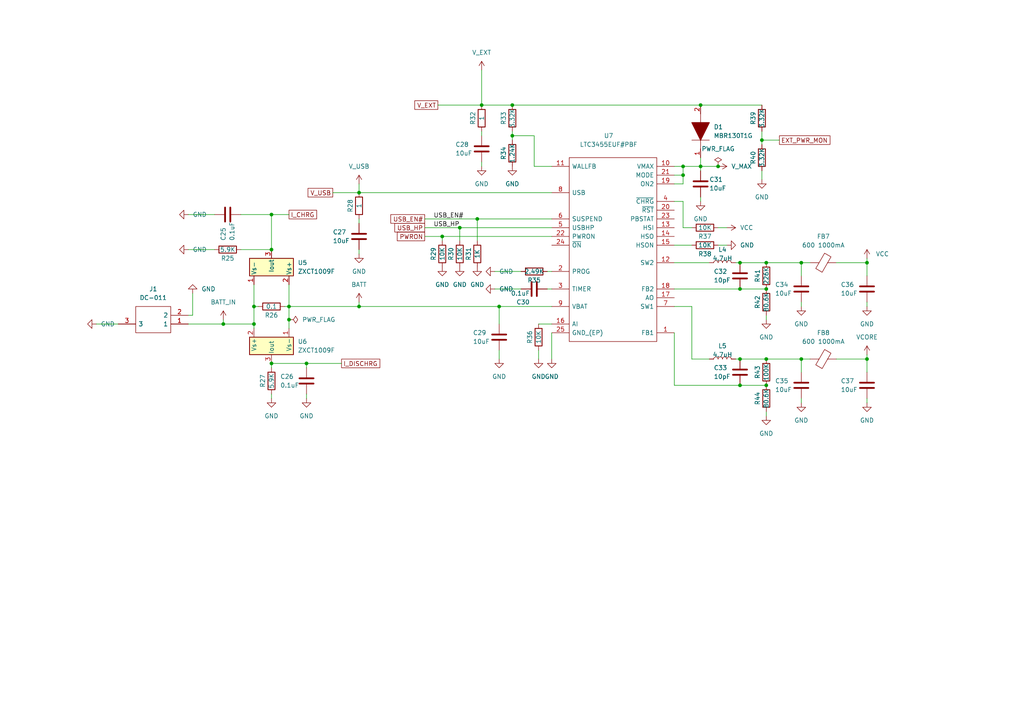
<source format=kicad_sch>
(kicad_sch (version 20211123) (generator eeschema)

  (uuid 1df0a18d-4497-40cd-ad71-4801f734276b)

  (paper "A4")

  (lib_symbols
    (symbol "Amplifier_Current:ZXCT1009F" (pin_names (offset 0.254)) (in_bom yes) (on_board yes)
      (property "Reference" "U" (id 0) (at 7.62 1.27 0)
        (effects (font (size 1.27 1.27)) (justify left))
      )
      (property "Value" "ZXCT1009F" (id 1) (at 7.62 -1.27 0)
        (effects (font (size 1.27 1.27)) (justify left))
      )
      (property "Footprint" "Package_TO_SOT_SMD:SOT-23" (id 2) (at 0 0 0)
        (effects (font (size 1.27 1.27)) hide)
      )
      (property "Datasheet" "https://www.diodes.com/assets/Datasheets/ZXCT1009.pdf" (id 3) (at -1.27 0 0)
        (effects (font (size 1.27 1.27)) hide)
      )
      (property "ki_keywords" "High side current monitor shunt" (id 4) (at 0 0 0)
        (effects (font (size 1.27 1.27)) hide)
      )
      (property "ki_description" "High-Side Current Monitor, SOT-23" (id 5) (at 0 0 0)
        (effects (font (size 1.27 1.27)) hide)
      )
      (property "ki_fp_filters" "SOT?23*" (id 6) (at 0 0 0)
        (effects (font (size 1.27 1.27)) hide)
      )
      (symbol "ZXCT1009F_0_1"
        (rectangle (start -6.35 2.54) (end 6.35 -2.54)
          (stroke (width 0.254) (type default) (color 0 0 0 0))
          (fill (type background))
        )
      )
      (symbol "ZXCT1009F_1_1"
        (pin input line (at 5.08 5.08 270) (length 2.54)
          (name "Vs-" (effects (font (size 1.27 1.27))))
          (number "1" (effects (font (size 1.27 1.27))))
        )
        (pin input line (at -5.08 5.08 270) (length 2.54)
          (name "Vs+" (effects (font (size 1.27 1.27))))
          (number "2" (effects (font (size 1.27 1.27))))
        )
        (pin output line (at 0 -5.08 90) (length 2.54)
          (name "Iout" (effects (font (size 1.27 1.27))))
          (number "3" (effects (font (size 1.27 1.27))))
        )
      )
    )
    (symbol "Device:C" (pin_numbers hide) (pin_names (offset 0.254)) (in_bom yes) (on_board yes)
      (property "Reference" "C" (id 0) (at 0.635 2.54 0)
        (effects (font (size 1.27 1.27)) (justify left))
      )
      (property "Value" "C" (id 1) (at 0.635 -2.54 0)
        (effects (font (size 1.27 1.27)) (justify left))
      )
      (property "Footprint" "" (id 2) (at 0.9652 -3.81 0)
        (effects (font (size 1.27 1.27)) hide)
      )
      (property "Datasheet" "~" (id 3) (at 0 0 0)
        (effects (font (size 1.27 1.27)) hide)
      )
      (property "ki_keywords" "cap capacitor" (id 4) (at 0 0 0)
        (effects (font (size 1.27 1.27)) hide)
      )
      (property "ki_description" "Unpolarized capacitor" (id 5) (at 0 0 0)
        (effects (font (size 1.27 1.27)) hide)
      )
      (property "ki_fp_filters" "C_*" (id 6) (at 0 0 0)
        (effects (font (size 1.27 1.27)) hide)
      )
      (symbol "C_0_1"
        (polyline
          (pts
            (xy -2.032 -0.762)
            (xy 2.032 -0.762)
          )
          (stroke (width 0.508) (type default) (color 0 0 0 0))
          (fill (type none))
        )
        (polyline
          (pts
            (xy -2.032 0.762)
            (xy 2.032 0.762)
          )
          (stroke (width 0.508) (type default) (color 0 0 0 0))
          (fill (type none))
        )
      )
      (symbol "C_1_1"
        (pin passive line (at 0 3.81 270) (length 2.794)
          (name "~" (effects (font (size 1.27 1.27))))
          (number "1" (effects (font (size 1.27 1.27))))
        )
        (pin passive line (at 0 -3.81 90) (length 2.794)
          (name "~" (effects (font (size 1.27 1.27))))
          (number "2" (effects (font (size 1.27 1.27))))
        )
      )
    )
    (symbol "Device:FerriteBead" (pin_numbers hide) (pin_names (offset 0)) (in_bom yes) (on_board yes)
      (property "Reference" "FB" (id 0) (at -3.81 0.635 90)
        (effects (font (size 1.27 1.27)))
      )
      (property "Value" "FerriteBead" (id 1) (at 3.81 0 90)
        (effects (font (size 1.27 1.27)))
      )
      (property "Footprint" "" (id 2) (at -1.778 0 90)
        (effects (font (size 1.27 1.27)) hide)
      )
      (property "Datasheet" "~" (id 3) (at 0 0 0)
        (effects (font (size 1.27 1.27)) hide)
      )
      (property "ki_keywords" "L ferrite bead inductor filter" (id 4) (at 0 0 0)
        (effects (font (size 1.27 1.27)) hide)
      )
      (property "ki_description" "Ferrite bead" (id 5) (at 0 0 0)
        (effects (font (size 1.27 1.27)) hide)
      )
      (property "ki_fp_filters" "Inductor_* L_* *Ferrite*" (id 6) (at 0 0 0)
        (effects (font (size 1.27 1.27)) hide)
      )
      (symbol "FerriteBead_0_1"
        (polyline
          (pts
            (xy 0 -1.27)
            (xy 0 -1.2192)
          )
          (stroke (width 0) (type default) (color 0 0 0 0))
          (fill (type none))
        )
        (polyline
          (pts
            (xy 0 1.27)
            (xy 0 1.2954)
          )
          (stroke (width 0) (type default) (color 0 0 0 0))
          (fill (type none))
        )
        (polyline
          (pts
            (xy -2.7686 0.4064)
            (xy -1.7018 2.2606)
            (xy 2.7686 -0.3048)
            (xy 1.6764 -2.159)
            (xy -2.7686 0.4064)
          )
          (stroke (width 0) (type default) (color 0 0 0 0))
          (fill (type none))
        )
      )
      (symbol "FerriteBead_1_1"
        (pin passive line (at 0 3.81 270) (length 2.54)
          (name "~" (effects (font (size 1.27 1.27))))
          (number "1" (effects (font (size 1.27 1.27))))
        )
        (pin passive line (at 0 -3.81 90) (length 2.54)
          (name "~" (effects (font (size 1.27 1.27))))
          (number "2" (effects (font (size 1.27 1.27))))
        )
      )
    )
    (symbol "Device:L" (pin_numbers hide) (pin_names (offset 1.016) hide) (in_bom yes) (on_board yes)
      (property "Reference" "L" (id 0) (at -1.27 0 90)
        (effects (font (size 1.27 1.27)))
      )
      (property "Value" "L" (id 1) (at 1.905 0 90)
        (effects (font (size 1.27 1.27)))
      )
      (property "Footprint" "" (id 2) (at 0 0 0)
        (effects (font (size 1.27 1.27)) hide)
      )
      (property "Datasheet" "~" (id 3) (at 0 0 0)
        (effects (font (size 1.27 1.27)) hide)
      )
      (property "ki_keywords" "inductor choke coil reactor magnetic" (id 4) (at 0 0 0)
        (effects (font (size 1.27 1.27)) hide)
      )
      (property "ki_description" "Inductor" (id 5) (at 0 0 0)
        (effects (font (size 1.27 1.27)) hide)
      )
      (property "ki_fp_filters" "Choke_* *Coil* Inductor_* L_*" (id 6) (at 0 0 0)
        (effects (font (size 1.27 1.27)) hide)
      )
      (symbol "L_0_1"
        (arc (start 0 -2.54) (mid 0.635 -1.905) (end 0 -1.27)
          (stroke (width 0) (type default) (color 0 0 0 0))
          (fill (type none))
        )
        (arc (start 0 -1.27) (mid 0.635 -0.635) (end 0 0)
          (stroke (width 0) (type default) (color 0 0 0 0))
          (fill (type none))
        )
        (arc (start 0 0) (mid 0.635 0.635) (end 0 1.27)
          (stroke (width 0) (type default) (color 0 0 0 0))
          (fill (type none))
        )
        (arc (start 0 1.27) (mid 0.635 1.905) (end 0 2.54)
          (stroke (width 0) (type default) (color 0 0 0 0))
          (fill (type none))
        )
      )
      (symbol "L_1_1"
        (pin passive line (at 0 3.81 270) (length 1.27)
          (name "1" (effects (font (size 1.27 1.27))))
          (number "1" (effects (font (size 1.27 1.27))))
        )
        (pin passive line (at 0 -3.81 90) (length 1.27)
          (name "2" (effects (font (size 1.27 1.27))))
          (number "2" (effects (font (size 1.27 1.27))))
        )
      )
    )
    (symbol "Device:R" (pin_numbers hide) (pin_names (offset 0)) (in_bom yes) (on_board yes)
      (property "Reference" "R" (id 0) (at 2.032 0 90)
        (effects (font (size 1.27 1.27)))
      )
      (property "Value" "R" (id 1) (at 0 0 90)
        (effects (font (size 1.27 1.27)))
      )
      (property "Footprint" "" (id 2) (at -1.778 0 90)
        (effects (font (size 1.27 1.27)) hide)
      )
      (property "Datasheet" "~" (id 3) (at 0 0 0)
        (effects (font (size 1.27 1.27)) hide)
      )
      (property "ki_keywords" "R res resistor" (id 4) (at 0 0 0)
        (effects (font (size 1.27 1.27)) hide)
      )
      (property "ki_description" "Resistor" (id 5) (at 0 0 0)
        (effects (font (size 1.27 1.27)) hide)
      )
      (property "ki_fp_filters" "R_*" (id 6) (at 0 0 0)
        (effects (font (size 1.27 1.27)) hide)
      )
      (symbol "R_0_1"
        (rectangle (start -1.016 -2.54) (end 1.016 2.54)
          (stroke (width 0.254) (type default) (color 0 0 0 0))
          (fill (type none))
        )
      )
      (symbol "R_1_1"
        (pin passive line (at 0 3.81 270) (length 1.27)
          (name "~" (effects (font (size 1.27 1.27))))
          (number "1" (effects (font (size 1.27 1.27))))
        )
        (pin passive line (at 0 -3.81 90) (length 1.27)
          (name "~" (effects (font (size 1.27 1.27))))
          (number "2" (effects (font (size 1.27 1.27))))
        )
      )
    )
    (symbol "SamacSys_Parts:DC-011" (pin_names (offset 0.762)) (in_bom yes) (on_board yes)
      (property "Reference" "J" (id 0) (at 16.51 7.62 0)
        (effects (font (size 1.27 1.27)) (justify left))
      )
      (property "Value" "DC-011" (id 1) (at 16.51 5.08 0)
        (effects (font (size 1.27 1.27)) (justify left))
      )
      (property "Footprint" "DC011" (id 2) (at 16.51 2.54 0)
        (effects (font (size 1.27 1.27)) (justify left) hide)
      )
      (property "Datasheet" "http://www.helloxkb.com/public/images/pdf/DC-011.pdf" (id 3) (at 16.51 0 0)
        (effects (font (size 1.27 1.27)) (justify left) hide)
      )
      (property "Description" "DC power socket plug-in 90 degree female seat DC-011" (id 4) (at 16.51 -2.54 0)
        (effects (font (size 1.27 1.27)) (justify left) hide)
      )
      (property "Height" "5.1" (id 5) (at 16.51 -5.08 0)
        (effects (font (size 1.27 1.27)) (justify left) hide)
      )
      (property "Manufacturer_Name" "XKB Connectivity" (id 6) (at 16.51 -7.62 0)
        (effects (font (size 1.27 1.27)) (justify left) hide)
      )
      (property "Manufacturer_Part_Number" "DC-011" (id 7) (at 16.51 -10.16 0)
        (effects (font (size 1.27 1.27)) (justify left) hide)
      )
      (property "Mouser Part Number" "" (id 8) (at 16.51 -12.7 0)
        (effects (font (size 1.27 1.27)) (justify left) hide)
      )
      (property "Mouser Price/Stock" "" (id 9) (at 16.51 -15.24 0)
        (effects (font (size 1.27 1.27)) (justify left) hide)
      )
      (property "Arrow Part Number" "" (id 10) (at 16.51 -17.78 0)
        (effects (font (size 1.27 1.27)) (justify left) hide)
      )
      (property "Arrow Price/Stock" "" (id 11) (at 16.51 -20.32 0)
        (effects (font (size 1.27 1.27)) (justify left) hide)
      )
      (property "Mouser Testing Part Number" "" (id 12) (at 16.51 -22.86 0)
        (effects (font (size 1.27 1.27)) (justify left) hide)
      )
      (property "Mouser Testing Price/Stock" "" (id 13) (at 16.51 -25.4 0)
        (effects (font (size 1.27 1.27)) (justify left) hide)
      )
      (property "ki_description" "DC power socket plug-in 90 degree female seat DC-011" (id 14) (at 0 0 0)
        (effects (font (size 1.27 1.27)) hide)
      )
      (symbol "DC-011_0_0"
        (pin passive line (at 0 0 0) (length 5.08)
          (name "1" (effects (font (size 1.27 1.27))))
          (number "1" (effects (font (size 1.27 1.27))))
        )
        (pin passive line (at 0 -2.54 0) (length 5.08)
          (name "2" (effects (font (size 1.27 1.27))))
          (number "2" (effects (font (size 1.27 1.27))))
        )
        (pin passive line (at 20.32 0 180) (length 5.08)
          (name "3" (effects (font (size 1.27 1.27))))
          (number "3" (effects (font (size 1.27 1.27))))
        )
      )
      (symbol "DC-011_0_1"
        (polyline
          (pts
            (xy 5.08 2.54)
            (xy 15.24 2.54)
            (xy 15.24 -5.08)
            (xy 5.08 -5.08)
            (xy 5.08 2.54)
          )
          (stroke (width 0.1524) (type default) (color 0 0 0 0))
          (fill (type none))
        )
      )
    )
    (symbol "SamacSys_Parts:LTC3455EUF#PBF" (pin_names (offset 0.762)) (in_bom yes) (on_board yes)
      (property "Reference" "U" (id 0) (at 31.75 20.32 0)
        (effects (font (size 1.27 1.27)) (justify left))
      )
      (property "Value" "LTC3455EUF#PBF" (id 1) (at 31.75 17.78 0)
        (effects (font (size 1.27 1.27)) (justify left))
      )
      (property "Footprint" "QFN50P400X400X80-25N-D" (id 2) (at 31.75 15.24 0)
        (effects (font (size 1.27 1.27)) (justify left) hide)
      )
      (property "Datasheet" "http://cds.linear.com/docs/en/datasheet/3455fc.pdf" (id 3) (at 31.75 12.7 0)
        (effects (font (size 1.27 1.27)) (justify left) hide)
      )
      (property "Description" "LTC3455 power manager & dc-dc converter LTC3455EUF#PBF, Battery Charge Controller, Lithium-Ion, 24-Pin QFN EP" (id 4) (at 31.75 10.16 0)
        (effects (font (size 1.27 1.27)) (justify left) hide)
      )
      (property "Height" "0.8" (id 5) (at 31.75 7.62 0)
        (effects (font (size 1.27 1.27)) (justify left) hide)
      )
      (property "Manufacturer_Name" "Analog Devices" (id 6) (at 31.75 5.08 0)
        (effects (font (size 1.27 1.27)) (justify left) hide)
      )
      (property "Manufacturer_Part_Number" "LTC3455EUF#PBF" (id 7) (at 31.75 2.54 0)
        (effects (font (size 1.27 1.27)) (justify left) hide)
      )
      (property "Mouser Part Number" "584-LTC3455EUF#PBF" (id 8) (at 31.75 0 0)
        (effects (font (size 1.27 1.27)) (justify left) hide)
      )
      (property "Mouser Price/Stock" "https://www.mouser.co.uk/ProductDetail/Analog-Devices/LTC3455EUFPBF?qs=hVkxg5c3xu%252BDJJtkO1jgbA%3D%3D" (id 9) (at 31.75 -2.54 0)
        (effects (font (size 1.27 1.27)) (justify left) hide)
      )
      (property "Arrow Part Number" "LTC3455EUF#PBF" (id 10) (at 31.75 -5.08 0)
        (effects (font (size 1.27 1.27)) (justify left) hide)
      )
      (property "Arrow Price/Stock" "https://www.arrow.com/en/products/ltc3455eufpbf/analog-devices?region=nac" (id 11) (at 31.75 -7.62 0)
        (effects (font (size 1.27 1.27)) (justify left) hide)
      )
      (property "Mouser Testing Part Number" "" (id 12) (at 31.75 -10.16 0)
        (effects (font (size 1.27 1.27)) (justify left) hide)
      )
      (property "Mouser Testing Price/Stock" "" (id 13) (at 31.75 -12.7 0)
        (effects (font (size 1.27 1.27)) (justify left) hide)
      )
      (property "ki_description" "LTC3455 power manager & dc-dc converter LTC3455EUF#PBF, Battery Charge Controller, Lithium-Ion, 24-Pin QFN EP" (id 14) (at 0 0 0)
        (effects (font (size 1.27 1.27)) hide)
      )
      (symbol "LTC3455EUF#PBF_0_0"
        (pin passive line (at 35.56 -35.56 180) (length 5.08)
          (name "FB1" (effects (font (size 1.27 1.27))))
          (number "1" (effects (font (size 1.27 1.27))))
        )
        (pin passive line (at 35.56 12.7 180) (length 5.08)
          (name "VMAX" (effects (font (size 1.27 1.27))))
          (number "10" (effects (font (size 1.27 1.27))))
        )
        (pin passive line (at 0 12.7 0) (length 5.08)
          (name "WALLFB" (effects (font (size 1.27 1.27))))
          (number "11" (effects (font (size 1.27 1.27))))
        )
        (pin passive line (at 35.56 -15.24 180) (length 5.08)
          (name "SW2" (effects (font (size 1.27 1.27))))
          (number "12" (effects (font (size 1.27 1.27))))
        )
        (pin passive line (at 35.56 -5.08 180) (length 5.08)
          (name "HSI" (effects (font (size 1.27 1.27))))
          (number "13" (effects (font (size 1.27 1.27))))
        )
        (pin output line (at 35.56 -7.62 180) (length 5.08)
          (name "HSO" (effects (font (size 1.27 1.27))))
          (number "14" (effects (font (size 1.27 1.27))))
        )
        (pin output line (at 35.56 -10.16 180) (length 5.08)
          (name "HSON" (effects (font (size 1.27 1.27))))
          (number "15" (effects (font (size 1.27 1.27))))
        )
        (pin input line (at 0 -33.02 0) (length 5.08)
          (name "AI" (effects (font (size 1.27 1.27))))
          (number "16" (effects (font (size 1.27 1.27))))
        )
        (pin output line (at 35.56 -25.4 180) (length 5.08)
          (name "AO" (effects (font (size 1.27 1.27))))
          (number "17" (effects (font (size 1.27 1.27))))
        )
        (pin passive line (at 35.56 -22.86 180) (length 5.08)
          (name "FB2" (effects (font (size 1.27 1.27))))
          (number "18" (effects (font (size 1.27 1.27))))
        )
        (pin passive line (at 35.56 7.62 180) (length 5.08)
          (name "ON2" (effects (font (size 1.27 1.27))))
          (number "19" (effects (font (size 1.27 1.27))))
        )
        (pin passive line (at 0 -17.78 0) (length 5.08)
          (name "PROG" (effects (font (size 1.27 1.27))))
          (number "2" (effects (font (size 1.27 1.27))))
        )
        (pin passive line (at 35.56 0 180) (length 5.08)
          (name "~{RST}" (effects (font (size 1.27 1.27))))
          (number "20" (effects (font (size 1.27 1.27))))
        )
        (pin passive line (at 35.56 10.16 180) (length 5.08)
          (name "MODE" (effects (font (size 1.27 1.27))))
          (number "21" (effects (font (size 1.27 1.27))))
        )
        (pin passive line (at 0 -7.62 0) (length 5.08)
          (name "PWRON" (effects (font (size 1.27 1.27))))
          (number "22" (effects (font (size 1.27 1.27))))
        )
        (pin passive line (at 35.56 -2.54 180) (length 5.08)
          (name "PBSTAT" (effects (font (size 1.27 1.27))))
          (number "23" (effects (font (size 1.27 1.27))))
        )
        (pin passive line (at 0 -10.16 0) (length 5.08)
          (name "~{ON}" (effects (font (size 1.27 1.27))))
          (number "24" (effects (font (size 1.27 1.27))))
        )
        (pin power_in line (at 0 -35.56 0) (length 5.08)
          (name "GND_(EP)" (effects (font (size 1.27 1.27))))
          (number "25" (effects (font (size 1.27 1.27))))
        )
        (pin passive line (at 0 -22.86 0) (length 5.08)
          (name "TIMER" (effects (font (size 1.27 1.27))))
          (number "3" (effects (font (size 1.27 1.27))))
        )
        (pin passive line (at 35.56 2.54 180) (length 5.08)
          (name "~{CHRG}" (effects (font (size 1.27 1.27))))
          (number "4" (effects (font (size 1.27 1.27))))
        )
        (pin passive line (at 0 -5.08 0) (length 5.08)
          (name "USBHP" (effects (font (size 1.27 1.27))))
          (number "5" (effects (font (size 1.27 1.27))))
        )
        (pin passive line (at 0 -2.54 0) (length 5.08)
          (name "SUSPEND" (effects (font (size 1.27 1.27))))
          (number "6" (effects (font (size 1.27 1.27))))
        )
        (pin passive line (at 35.56 -27.94 180) (length 5.08)
          (name "SW1" (effects (font (size 1.27 1.27))))
          (number "7" (effects (font (size 1.27 1.27))))
        )
        (pin passive line (at 0 5.08 0) (length 5.08)
          (name "USB" (effects (font (size 1.27 1.27))))
          (number "8" (effects (font (size 1.27 1.27))))
        )
        (pin passive line (at 0 -27.94 0) (length 5.08)
          (name "VBAT" (effects (font (size 1.27 1.27))))
          (number "9" (effects (font (size 1.27 1.27))))
        )
      )
      (symbol "LTC3455EUF#PBF_0_1"
        (polyline
          (pts
            (xy 5.08 15.24)
            (xy 30.48 15.24)
            (xy 30.48 -38.1)
            (xy 5.08 -38.1)
            (xy 5.08 15.24)
          )
          (stroke (width 0.1524) (type default) (color 0 0 0 0))
          (fill (type none))
        )
      )
    )
    (symbol "SamacSys_Parts:MBR130T1G" (pin_names (offset 0.762)) (in_bom yes) (on_board yes)
      (property "Reference" "D" (id 0) (at 11.43 5.08 0)
        (effects (font (size 1.27 1.27)) (justify left))
      )
      (property "Value" "MBR130T1G" (id 1) (at 11.43 2.54 0)
        (effects (font (size 1.27 1.27)) (justify left))
      )
      (property "Footprint" "SOD3716X135N" (id 2) (at 11.43 0 0)
        (effects (font (size 1.27 1.27)) (justify left) hide)
      )
      (property "Datasheet" "http://www.onsemi.com/pub/Collateral/MBR130T1-D.PDF" (id 3) (at 11.43 -2.54 0)
        (effects (font (size 1.27 1.27)) (justify left) hide)
      )
      (property "Description" "" (id 4) (at 11.43 -5.08 0)
        (effects (font (size 1.27 1.27)) (justify left) hide)
      )
      (property "Height" "1.35" (id 5) (at 11.43 -7.62 0)
        (effects (font (size 1.27 1.27)) (justify left) hide)
      )
      (property "Manufacturer_Name" "onsemi" (id 6) (at 11.43 -10.16 0)
        (effects (font (size 1.27 1.27)) (justify left) hide)
      )
      (property "Manufacturer_Part_Number" "MBR130T1G" (id 7) (at 11.43 -12.7 0)
        (effects (font (size 1.27 1.27)) (justify left) hide)
      )
      (property "Mouser Part Number" "863-MBR130T1G" (id 8) (at 11.43 -15.24 0)
        (effects (font (size 1.27 1.27)) (justify left) hide)
      )
      (property "Mouser Price/Stock" "https://www.mouser.co.uk/ProductDetail/onsemi/MBR130T1G?qs=3JMERSakebo%252BJOSYnNXaYQ%3D%3D" (id 9) (at 11.43 -17.78 0)
        (effects (font (size 1.27 1.27)) (justify left) hide)
      )
      (property "Arrow Part Number" "MBR130T1G" (id 10) (at 11.43 -20.32 0)
        (effects (font (size 1.27 1.27)) (justify left) hide)
      )
      (property "Arrow Price/Stock" "https://www.arrow.com/en/products/mbr130t1g/on-semiconductor?region=nac" (id 11) (at 11.43 -22.86 0)
        (effects (font (size 1.27 1.27)) (justify left) hide)
      )
      (property "Mouser Testing Part Number" "" (id 12) (at 11.43 -25.4 0)
        (effects (font (size 1.27 1.27)) (justify left) hide)
      )
      (property "Mouser Testing Price/Stock" "" (id 13) (at 11.43 -27.94 0)
        (effects (font (size 1.27 1.27)) (justify left) hide)
      )
      (symbol "MBR130T1G_0_0"
        (pin passive line (at 0 0 0) (length 2.54)
          (name "~" (effects (font (size 1.27 1.27))))
          (number "1" (effects (font (size 1.27 1.27))))
        )
        (pin passive line (at 15.24 0 180) (length 2.54)
          (name "~" (effects (font (size 1.27 1.27))))
          (number "2" (effects (font (size 1.27 1.27))))
        )
      )
      (symbol "MBR130T1G_0_1"
        (polyline
          (pts
            (xy 2.54 0)
            (xy 5.08 0)
          )
          (stroke (width 0.1524) (type default) (color 0 0 0 0))
          (fill (type none))
        )
        (polyline
          (pts
            (xy 5.08 2.54)
            (xy 5.08 -2.54)
          )
          (stroke (width 0.1524) (type default) (color 0 0 0 0))
          (fill (type none))
        )
        (polyline
          (pts
            (xy 10.16 0)
            (xy 12.7 0)
          )
          (stroke (width 0.1524) (type default) (color 0 0 0 0))
          (fill (type none))
        )
        (polyline
          (pts
            (xy 5.08 0)
            (xy 10.16 2.54)
            (xy 10.16 -2.54)
            (xy 5.08 0)
          )
          (stroke (width 0.254) (type default) (color 0 0 0 0))
          (fill (type outline))
        )
      )
    )
    (symbol "espot:BATT" (power) (pin_names (offset 0)) (in_bom yes) (on_board yes)
      (property "Reference" "#PWR" (id 0) (at 0 -3.81 0)
        (effects (font (size 1.27 1.27)) hide)
      )
      (property "Value" "BATT" (id 1) (at 0 3.81 0)
        (effects (font (size 1.27 1.27)))
      )
      (property "Footprint" "" (id 2) (at 0 0 0)
        (effects (font (size 1.27 1.27)) hide)
      )
      (property "Datasheet" "" (id 3) (at 0 0 0)
        (effects (font (size 1.27 1.27)) hide)
      )
      (property "ki_keywords" "power-flag" (id 4) (at 0 0 0)
        (effects (font (size 1.27 1.27)) hide)
      )
      (property "ki_description" "Power symbol creates a global label with name \"BATT\"" (id 5) (at 0 0 0)
        (effects (font (size 1.27 1.27)) hide)
      )
      (symbol "BATT_0_1"
        (polyline
          (pts
            (xy -0.762 1.27)
            (xy 0 2.54)
          )
          (stroke (width 0) (type default) (color 0 0 0 0))
          (fill (type none))
        )
        (polyline
          (pts
            (xy 0 0)
            (xy 0 2.54)
          )
          (stroke (width 0) (type default) (color 0 0 0 0))
          (fill (type none))
        )
        (polyline
          (pts
            (xy 0 2.54)
            (xy 0.762 1.27)
          )
          (stroke (width 0) (type default) (color 0 0 0 0))
          (fill (type none))
        )
      )
      (symbol "BATT_1_1"
        (pin power_in line (at 0 0 90) (length 0) hide
          (name "BATT" (effects (font (size 1.27 1.27))))
          (number "1" (effects (font (size 1.27 1.27))))
        )
      )
    )
    (symbol "espot:BATT_IN" (power) (pin_names (offset 0)) (in_bom yes) (on_board yes)
      (property "Reference" "#PWR" (id 0) (at 0 -3.81 0)
        (effects (font (size 1.27 1.27)) hide)
      )
      (property "Value" "BATT_IN" (id 1) (at 0 3.81 0)
        (effects (font (size 1.27 1.27)))
      )
      (property "Footprint" "" (id 2) (at 0 0 0)
        (effects (font (size 1.27 1.27)) hide)
      )
      (property "Datasheet" "" (id 3) (at 0 0 0)
        (effects (font (size 1.27 1.27)) hide)
      )
      (property "ki_keywords" "power-flag" (id 4) (at 0 0 0)
        (effects (font (size 1.27 1.27)) hide)
      )
      (property "ki_description" "Power symbol creates a global label with name \"BATT_IN\"" (id 5) (at 0 0 0)
        (effects (font (size 1.27 1.27)) hide)
      )
      (symbol "BATT_IN_0_1"
        (polyline
          (pts
            (xy -0.762 1.27)
            (xy 0 2.54)
          )
          (stroke (width 0) (type default) (color 0 0 0 0))
          (fill (type none))
        )
        (polyline
          (pts
            (xy 0 0)
            (xy 0 2.54)
          )
          (stroke (width 0) (type default) (color 0 0 0 0))
          (fill (type none))
        )
        (polyline
          (pts
            (xy 0 2.54)
            (xy 0.762 1.27)
          )
          (stroke (width 0) (type default) (color 0 0 0 0))
          (fill (type none))
        )
      )
      (symbol "BATT_IN_1_1"
        (pin power_in line (at 0 0 90) (length 0) hide
          (name "BATT_IN" (effects (font (size 1.27 1.27))))
          (number "1" (effects (font (size 1.27 1.27))))
        )
      )
    )
    (symbol "espot:VCORE" (power) (pin_names (offset 0)) (in_bom yes) (on_board yes)
      (property "Reference" "#PWR" (id 0) (at 0 -3.81 0)
        (effects (font (size 1.27 1.27)) hide)
      )
      (property "Value" "VCORE" (id 1) (at 0 3.81 0)
        (effects (font (size 1.27 1.27)))
      )
      (property "Footprint" "" (id 2) (at 0 0 0)
        (effects (font (size 1.27 1.27)) hide)
      )
      (property "Datasheet" "" (id 3) (at 0 0 0)
        (effects (font (size 1.27 1.27)) hide)
      )
      (property "ki_keywords" "power-flag" (id 4) (at 0 0 0)
        (effects (font (size 1.27 1.27)) hide)
      )
      (property "ki_description" "Power symbol creates a global label with name \"VCORE\"" (id 5) (at 0 0 0)
        (effects (font (size 1.27 1.27)) hide)
      )
      (symbol "VCORE_0_1"
        (polyline
          (pts
            (xy -0.762 1.27)
            (xy 0 2.54)
          )
          (stroke (width 0) (type default) (color 0 0 0 0))
          (fill (type none))
        )
        (polyline
          (pts
            (xy 0 0)
            (xy 0 2.54)
          )
          (stroke (width 0) (type default) (color 0 0 0 0))
          (fill (type none))
        )
        (polyline
          (pts
            (xy 0 2.54)
            (xy 0.762 1.27)
          )
          (stroke (width 0) (type default) (color 0 0 0 0))
          (fill (type none))
        )
      )
      (symbol "VCORE_1_1"
        (pin power_in line (at 0 0 90) (length 0) hide
          (name "VCORE" (effects (font (size 1.27 1.27))))
          (number "1" (effects (font (size 1.27 1.27))))
        )
      )
    )
    (symbol "espot:V_EXT" (power) (pin_names (offset 0)) (in_bom yes) (on_board yes)
      (property "Reference" "#PWR" (id 0) (at 0 -3.81 0)
        (effects (font (size 1.27 1.27)) hide)
      )
      (property "Value" "V_EXT" (id 1) (at 0 3.81 0)
        (effects (font (size 1.27 1.27)))
      )
      (property "Footprint" "" (id 2) (at 0 0 0)
        (effects (font (size 1.27 1.27)) hide)
      )
      (property "Datasheet" "" (id 3) (at 0 0 0)
        (effects (font (size 1.27 1.27)) hide)
      )
      (property "ki_keywords" "power-flag" (id 4) (at 0 0 0)
        (effects (font (size 1.27 1.27)) hide)
      )
      (property "ki_description" "Power symbol creates a global label with name \"V_EXT\"" (id 5) (at 0 0 0)
        (effects (font (size 1.27 1.27)) hide)
      )
      (symbol "V_EXT_0_1"
        (polyline
          (pts
            (xy -0.762 1.27)
            (xy 0 2.54)
          )
          (stroke (width 0) (type default) (color 0 0 0 0))
          (fill (type none))
        )
        (polyline
          (pts
            (xy 0 0)
            (xy 0 2.54)
          )
          (stroke (width 0) (type default) (color 0 0 0 0))
          (fill (type none))
        )
        (polyline
          (pts
            (xy 0 2.54)
            (xy 0.762 1.27)
          )
          (stroke (width 0) (type default) (color 0 0 0 0))
          (fill (type none))
        )
      )
      (symbol "V_EXT_1_1"
        (pin power_in line (at 0 0 90) (length 0) hide
          (name "V_EXT" (effects (font (size 1.27 1.27))))
          (number "1" (effects (font (size 1.27 1.27))))
        )
      )
    )
    (symbol "espot:V_MAX" (power) (pin_names (offset 0)) (in_bom yes) (on_board yes)
      (property "Reference" "#PWR" (id 0) (at 0 -3.81 0)
        (effects (font (size 1.27 1.27)) hide)
      )
      (property "Value" "V_MAX" (id 1) (at 0 3.81 0)
        (effects (font (size 1.27 1.27)))
      )
      (property "Footprint" "" (id 2) (at 0 0 0)
        (effects (font (size 1.27 1.27)) hide)
      )
      (property "Datasheet" "" (id 3) (at 0 0 0)
        (effects (font (size 1.27 1.27)) hide)
      )
      (property "ki_keywords" "power-flag" (id 4) (at 0 0 0)
        (effects (font (size 1.27 1.27)) hide)
      )
      (property "ki_description" "Power symbol creates a global label with name \"V_MAX\"" (id 5) (at 0 0 0)
        (effects (font (size 1.27 1.27)) hide)
      )
      (symbol "V_MAX_0_1"
        (polyline
          (pts
            (xy -0.762 1.27)
            (xy 0 2.54)
          )
          (stroke (width 0) (type default) (color 0 0 0 0))
          (fill (type none))
        )
        (polyline
          (pts
            (xy 0 0)
            (xy 0 2.54)
          )
          (stroke (width 0) (type default) (color 0 0 0 0))
          (fill (type none))
        )
        (polyline
          (pts
            (xy 0 2.54)
            (xy 0.762 1.27)
          )
          (stroke (width 0) (type default) (color 0 0 0 0))
          (fill (type none))
        )
      )
      (symbol "V_MAX_1_1"
        (pin power_in line (at 0 0 90) (length 0) hide
          (name "V_MAX" (effects (font (size 1.27 1.27))))
          (number "1" (effects (font (size 1.27 1.27))))
        )
      )
    )
    (symbol "espot:V_USB" (power) (pin_names (offset 0)) (in_bom yes) (on_board yes)
      (property "Reference" "#PWR" (id 0) (at 0 -3.81 0)
        (effects (font (size 1.27 1.27)) hide)
      )
      (property "Value" "V_USB" (id 1) (at 0 3.81 0)
        (effects (font (size 1.27 1.27)))
      )
      (property "Footprint" "" (id 2) (at 0 0 0)
        (effects (font (size 1.27 1.27)) hide)
      )
      (property "Datasheet" "" (id 3) (at 0 0 0)
        (effects (font (size 1.27 1.27)) hide)
      )
      (property "ki_keywords" "power-flag" (id 4) (at 0 0 0)
        (effects (font (size 1.27 1.27)) hide)
      )
      (property "ki_description" "Power symbol creates a global label with name \"V_USB\"" (id 5) (at 0 0 0)
        (effects (font (size 1.27 1.27)) hide)
      )
      (symbol "V_USB_0_1"
        (polyline
          (pts
            (xy -0.762 1.27)
            (xy 0 2.54)
          )
          (stroke (width 0) (type default) (color 0 0 0 0))
          (fill (type none))
        )
        (polyline
          (pts
            (xy 0 0)
            (xy 0 2.54)
          )
          (stroke (width 0) (type default) (color 0 0 0 0))
          (fill (type none))
        )
        (polyline
          (pts
            (xy 0 2.54)
            (xy 0.762 1.27)
          )
          (stroke (width 0) (type default) (color 0 0 0 0))
          (fill (type none))
        )
      )
      (symbol "V_USB_1_1"
        (pin power_in line (at 0 0 90) (length 0) hide
          (name "V_USB" (effects (font (size 1.27 1.27))))
          (number "1" (effects (font (size 1.27 1.27))))
        )
      )
    )
    (symbol "power:GND" (power) (pin_names (offset 0)) (in_bom yes) (on_board yes)
      (property "Reference" "#PWR" (id 0) (at 0 -6.35 0)
        (effects (font (size 1.27 1.27)) hide)
      )
      (property "Value" "GND" (id 1) (at 0 -3.81 0)
        (effects (font (size 1.27 1.27)))
      )
      (property "Footprint" "" (id 2) (at 0 0 0)
        (effects (font (size 1.27 1.27)) hide)
      )
      (property "Datasheet" "" (id 3) (at 0 0 0)
        (effects (font (size 1.27 1.27)) hide)
      )
      (property "ki_keywords" "power-flag" (id 4) (at 0 0 0)
        (effects (font (size 1.27 1.27)) hide)
      )
      (property "ki_description" "Power symbol creates a global label with name \"GND\" , ground" (id 5) (at 0 0 0)
        (effects (font (size 1.27 1.27)) hide)
      )
      (symbol "GND_0_1"
        (polyline
          (pts
            (xy 0 0)
            (xy 0 -1.27)
            (xy 1.27 -1.27)
            (xy 0 -2.54)
            (xy -1.27 -1.27)
            (xy 0 -1.27)
          )
          (stroke (width 0) (type default) (color 0 0 0 0))
          (fill (type none))
        )
      )
      (symbol "GND_1_1"
        (pin power_in line (at 0 0 270) (length 0) hide
          (name "GND" (effects (font (size 1.27 1.27))))
          (number "1" (effects (font (size 1.27 1.27))))
        )
      )
    )
    (symbol "power:PWR_FLAG" (power) (pin_numbers hide) (pin_names (offset 0) hide) (in_bom yes) (on_board yes)
      (property "Reference" "#FLG" (id 0) (at 0 1.905 0)
        (effects (font (size 1.27 1.27)) hide)
      )
      (property "Value" "PWR_FLAG" (id 1) (at 0 3.81 0)
        (effects (font (size 1.27 1.27)))
      )
      (property "Footprint" "" (id 2) (at 0 0 0)
        (effects (font (size 1.27 1.27)) hide)
      )
      (property "Datasheet" "~" (id 3) (at 0 0 0)
        (effects (font (size 1.27 1.27)) hide)
      )
      (property "ki_keywords" "power-flag" (id 4) (at 0 0 0)
        (effects (font (size 1.27 1.27)) hide)
      )
      (property "ki_description" "Special symbol for telling ERC where power comes from" (id 5) (at 0 0 0)
        (effects (font (size 1.27 1.27)) hide)
      )
      (symbol "PWR_FLAG_0_0"
        (pin power_out line (at 0 0 90) (length 0)
          (name "pwr" (effects (font (size 1.27 1.27))))
          (number "1" (effects (font (size 1.27 1.27))))
        )
      )
      (symbol "PWR_FLAG_0_1"
        (polyline
          (pts
            (xy 0 0)
            (xy 0 1.27)
            (xy -1.016 1.905)
            (xy 0 2.54)
            (xy 1.016 1.905)
            (xy 0 1.27)
          )
          (stroke (width 0) (type default) (color 0 0 0 0))
          (fill (type none))
        )
      )
    )
    (symbol "power:VCC" (power) (pin_names (offset 0)) (in_bom yes) (on_board yes)
      (property "Reference" "#PWR" (id 0) (at 0 -3.81 0)
        (effects (font (size 1.27 1.27)) hide)
      )
      (property "Value" "VCC" (id 1) (at 0 3.81 0)
        (effects (font (size 1.27 1.27)))
      )
      (property "Footprint" "" (id 2) (at 0 0 0)
        (effects (font (size 1.27 1.27)) hide)
      )
      (property "Datasheet" "" (id 3) (at 0 0 0)
        (effects (font (size 1.27 1.27)) hide)
      )
      (property "ki_keywords" "power-flag" (id 4) (at 0 0 0)
        (effects (font (size 1.27 1.27)) hide)
      )
      (property "ki_description" "Power symbol creates a global label with name \"VCC\"" (id 5) (at 0 0 0)
        (effects (font (size 1.27 1.27)) hide)
      )
      (symbol "VCC_0_1"
        (polyline
          (pts
            (xy -0.762 1.27)
            (xy 0 2.54)
          )
          (stroke (width 0) (type default) (color 0 0 0 0))
          (fill (type none))
        )
        (polyline
          (pts
            (xy 0 0)
            (xy 0 2.54)
          )
          (stroke (width 0) (type default) (color 0 0 0 0))
          (fill (type none))
        )
        (polyline
          (pts
            (xy 0 2.54)
            (xy 0.762 1.27)
          )
          (stroke (width 0) (type default) (color 0 0 0 0))
          (fill (type none))
        )
      )
      (symbol "VCC_1_1"
        (pin power_in line (at 0 0 90) (length 0) hide
          (name "VCC" (effects (font (size 1.27 1.27))))
          (number "1" (effects (font (size 1.27 1.27))))
        )
      )
    )
  )

  (junction (at 214.63 104.14) (diameter 0) (color 0 0 0 0)
    (uuid 1150777a-c51e-456f-96b6-31895f3b5754)
  )
  (junction (at 73.66 88.9) (diameter 0) (color 0 0 0 0)
    (uuid 1929bf57-dfbd-4f8f-8616-c4f07a481d7e)
  )
  (junction (at 251.46 76.2) (diameter 0) (color 0 0 0 0)
    (uuid 228040d2-f217-4cc6-bcb2-3e51ae856a11)
  )
  (junction (at 64.77 93.98) (diameter 0) (color 0 0 0 0)
    (uuid 26c7b55b-4e61-44de-ad69-4efbb989aaba)
  )
  (junction (at 222.25 83.82) (diameter 0) (color 0 0 0 0)
    (uuid 2b679604-de43-486e-a979-5fa84d2c0541)
  )
  (junction (at 73.66 93.98) (diameter 0) (color 0 0 0 0)
    (uuid 31b7e3d5-8e51-40e2-81b9-aa561b3046e8)
  )
  (junction (at 83.82 92.71) (diameter 0) (color 0 0 0 0)
    (uuid 34d983cf-ca3d-4a9c-9b6f-ff1e2d5833ef)
  )
  (junction (at 133.35 66.04) (diameter 0) (color 0 0 0 0)
    (uuid 358e580f-aea6-4dc2-8dfb-0a1aeaf0a6aa)
  )
  (junction (at 128.27 68.58) (diameter 0) (color 0 0 0 0)
    (uuid 39bee1b9-1273-4899-82b3-954f87ddc758)
  )
  (junction (at 220.98 40.64) (diameter 0) (color 0 0 0 0)
    (uuid 3b10cc4b-d4e3-443b-bfb2-3e34ffe1bba8)
  )
  (junction (at 203.2 48.26) (diameter 0) (color 0 0 0 0)
    (uuid 3b26923f-2167-4295-a1a2-f347e594e794)
  )
  (junction (at 78.74 72.39) (diameter 0) (color 0 0 0 0)
    (uuid 3f316800-6539-42e3-b315-4cdc83831acf)
  )
  (junction (at 104.14 55.88) (diameter 0) (color 0 0 0 0)
    (uuid 43d64a20-4f9e-4d12-a126-4146e18dfd7f)
  )
  (junction (at 78.74 105.41) (diameter 0) (color 0 0 0 0)
    (uuid 46bfdf2f-33cf-41c7-a5d2-911baa5782d4)
  )
  (junction (at 139.7 30.48) (diameter 0) (color 0 0 0 0)
    (uuid 57606e58-8513-4f12-a5bf-93595aed9a18)
  )
  (junction (at 78.74 62.23) (diameter 0) (color 0 0 0 0)
    (uuid 592f2cf7-99df-4df8-84ad-472c452a2441)
  )
  (junction (at 232.41 104.14) (diameter 0) (color 0 0 0 0)
    (uuid 662888b5-698e-4e9c-a3a4-db348f90bd9e)
  )
  (junction (at 251.46 104.14) (diameter 0) (color 0 0 0 0)
    (uuid 7499aea2-2944-4f8f-a753-5e5fb124a630)
  )
  (junction (at 198.12 48.26) (diameter 0) (color 0 0 0 0)
    (uuid 7a8d0838-030d-46fe-b88b-50ba8a0abaea)
  )
  (junction (at 222.25 111.76) (diameter 0) (color 0 0 0 0)
    (uuid 836279b9-7f02-4d96-bfd6-ab6dd160b436)
  )
  (junction (at 203.2 30.48) (diameter 0) (color 0 0 0 0)
    (uuid 84ae474b-ad4a-41c3-ae3f-4856ac7b0307)
  )
  (junction (at 198.12 50.8) (diameter 0) (color 0 0 0 0)
    (uuid 87f17aec-91f7-4a42-a858-46ea2a1d8626)
  )
  (junction (at 104.14 88.9) (diameter 0) (color 0 0 0 0)
    (uuid 92b834d4-8b23-430c-9721-4273da2fabd7)
  )
  (junction (at 232.41 76.2) (diameter 0) (color 0 0 0 0)
    (uuid 970253fa-7abc-44e0-9e07-768fb123b611)
  )
  (junction (at 222.25 104.14) (diameter 0) (color 0 0 0 0)
    (uuid 9ee6bd53-c4a8-4329-9601-c62ddc6cd8c1)
  )
  (junction (at 222.25 76.2) (diameter 0) (color 0 0 0 0)
    (uuid a810b9bb-83ec-4714-b835-aa17dc9cda3c)
  )
  (junction (at 208.28 48.26) (diameter 0) (color 0 0 0 0)
    (uuid acd85f76-132e-4c5f-afef-4c136fdf479f)
  )
  (junction (at 148.59 30.48) (diameter 0) (color 0 0 0 0)
    (uuid aeb28b6d-8f47-452b-86bc-500d736b5dce)
  )
  (junction (at 83.82 88.9) (diameter 0) (color 0 0 0 0)
    (uuid b2ecf1a1-1256-4ada-b181-3db5dc9e6652)
  )
  (junction (at 144.78 88.9) (diameter 0) (color 0 0 0 0)
    (uuid b4ecc3d2-1a98-490b-9db5-b80c6a07c26e)
  )
  (junction (at 214.63 83.82) (diameter 0) (color 0 0 0 0)
    (uuid b9282dc0-ca2d-4e24-9987-8bcd5851c644)
  )
  (junction (at 148.59 39.37) (diameter 0) (color 0 0 0 0)
    (uuid c43e4633-8679-42ce-87ee-4ebe7ec1fde7)
  )
  (junction (at 138.43 63.5) (diameter 0) (color 0 0 0 0)
    (uuid d67e309f-b4d5-4ecb-beb4-2751cbefd310)
  )
  (junction (at 214.63 111.76) (diameter 0) (color 0 0 0 0)
    (uuid dceb4105-9965-4f83-ae8a-25f0790bfcce)
  )
  (junction (at 88.9 105.41) (diameter 0) (color 0 0 0 0)
    (uuid e20e9f27-3a5c-4b66-8c14-2d323a5c3a9f)
  )
  (junction (at 214.63 76.2) (diameter 0) (color 0 0 0 0)
    (uuid f1dc0f65-5b01-4544-a2a9-dbeef63548bc)
  )

  (wire (pts (xy 222.25 104.14) (xy 232.41 104.14))
    (stroke (width 0) (type default) (color 0 0 0 0))
    (uuid 01dc8fff-84ff-4ebf-8531-74e9a816269d)
  )
  (wire (pts (xy 148.59 38.1) (xy 148.59 39.37))
    (stroke (width 0) (type default) (color 0 0 0 0))
    (uuid 05d02b89-7994-442f-a326-662fa2cce592)
  )
  (wire (pts (xy 128.27 68.58) (xy 128.27 69.85))
    (stroke (width 0) (type default) (color 0 0 0 0))
    (uuid 065f10c1-aaec-48cc-9abe-0250c1b30b22)
  )
  (wire (pts (xy 154.94 48.26) (xy 154.94 39.37))
    (stroke (width 0) (type default) (color 0 0 0 0))
    (uuid 070a1430-4950-4744-8b11-c4196b2ec368)
  )
  (wire (pts (xy 203.2 48.26) (xy 203.2 49.53))
    (stroke (width 0) (type default) (color 0 0 0 0))
    (uuid 07a54a62-e129-4cec-8401-9fb71eaec1ce)
  )
  (wire (pts (xy 158.75 78.74) (xy 160.02 78.74))
    (stroke (width 0) (type default) (color 0 0 0 0))
    (uuid 098957fc-4a9d-4a22-858c-bd6f1508bc44)
  )
  (wire (pts (xy 64.77 93.98) (xy 73.66 93.98))
    (stroke (width 0) (type default) (color 0 0 0 0))
    (uuid 09abacf7-8d37-42ed-965a-06ce39317b01)
  )
  (wire (pts (xy 200.66 66.04) (xy 198.12 66.04))
    (stroke (width 0) (type default) (color 0 0 0 0))
    (uuid 09f6bf51-df13-4614-b774-17f262d58a57)
  )
  (wire (pts (xy 123.19 68.58) (xy 128.27 68.58))
    (stroke (width 0) (type default) (color 0 0 0 0))
    (uuid 0c6c7bb7-a421-4dc2-a066-349f640ab210)
  )
  (wire (pts (xy 213.36 104.14) (xy 214.63 104.14))
    (stroke (width 0) (type default) (color 0 0 0 0))
    (uuid 0ca0ddec-49ff-47d2-adbe-31542db389fe)
  )
  (wire (pts (xy 232.41 104.14) (xy 232.41 107.95))
    (stroke (width 0) (type default) (color 0 0 0 0))
    (uuid 1167399a-30ad-48f6-8a04-33265eafe44e)
  )
  (wire (pts (xy 78.74 105.41) (xy 88.9 105.41))
    (stroke (width 0) (type default) (color 0 0 0 0))
    (uuid 12f202ff-4e88-474a-bbcb-791d6bc5b773)
  )
  (wire (pts (xy 96.52 55.88) (xy 104.14 55.88))
    (stroke (width 0) (type default) (color 0 0 0 0))
    (uuid 13912006-32ce-4fd8-ac7f-c188d137b0b7)
  )
  (wire (pts (xy 251.46 102.87) (xy 251.46 104.14))
    (stroke (width 0) (type default) (color 0 0 0 0))
    (uuid 13ac5569-031c-4988-97c0-0d923792958f)
  )
  (wire (pts (xy 139.7 46.99) (xy 139.7 48.26))
    (stroke (width 0) (type default) (color 0 0 0 0))
    (uuid 14c1f820-7818-4e70-9195-90028d15bf64)
  )
  (wire (pts (xy 144.78 88.9) (xy 144.78 93.98))
    (stroke (width 0) (type default) (color 0 0 0 0))
    (uuid 15b11a74-0c08-40ff-860b-13ffcee603c4)
  )
  (wire (pts (xy 220.98 40.64) (xy 226.06 40.64))
    (stroke (width 0) (type default) (color 0 0 0 0))
    (uuid 1995d87f-8011-4b5c-a0d9-66c60025b443)
  )
  (wire (pts (xy 69.85 72.39) (xy 78.74 72.39))
    (stroke (width 0) (type default) (color 0 0 0 0))
    (uuid 19ca13bd-2b3f-4efa-857d-5a2b8bdbb593)
  )
  (wire (pts (xy 138.43 63.5) (xy 160.02 63.5))
    (stroke (width 0) (type default) (color 0 0 0 0))
    (uuid 21389544-4d78-4807-9eae-36ab19ac8da3)
  )
  (wire (pts (xy 203.2 48.26) (xy 208.28 48.26))
    (stroke (width 0) (type default) (color 0 0 0 0))
    (uuid 267f667f-4254-4aac-b738-370dc6d11097)
  )
  (wire (pts (xy 242.57 104.14) (xy 251.46 104.14))
    (stroke (width 0) (type default) (color 0 0 0 0))
    (uuid 28a5b5a1-3c55-4231-abb5-ae2d0362934f)
  )
  (wire (pts (xy 242.57 76.2) (xy 251.46 76.2))
    (stroke (width 0) (type default) (color 0 0 0 0))
    (uuid 30b5174e-9891-48e9-b75d-e959c663c541)
  )
  (wire (pts (xy 54.61 91.44) (xy 55.88 91.44))
    (stroke (width 0) (type default) (color 0 0 0 0))
    (uuid 3466cb96-f945-4e03-83c4-0a886fee41ce)
  )
  (wire (pts (xy 198.12 66.04) (xy 198.12 58.42))
    (stroke (width 0) (type default) (color 0 0 0 0))
    (uuid 352c2f9f-f8e6-4621-8006-43a46cbe770d)
  )
  (wire (pts (xy 104.14 88.9) (xy 144.78 88.9))
    (stroke (width 0) (type default) (color 0 0 0 0))
    (uuid 35cb3450-9f61-4769-8eb3-83969c61ed85)
  )
  (wire (pts (xy 203.2 30.48) (xy 220.98 30.48))
    (stroke (width 0) (type default) (color 0 0 0 0))
    (uuid 396a7199-e752-4e7c-93dc-22b459da2ec3)
  )
  (wire (pts (xy 195.58 71.12) (xy 200.66 71.12))
    (stroke (width 0) (type default) (color 0 0 0 0))
    (uuid 40a5c386-8ffe-4212-9a05-25d0e16f8353)
  )
  (wire (pts (xy 251.46 76.2) (xy 251.46 80.01))
    (stroke (width 0) (type default) (color 0 0 0 0))
    (uuid 4676a9f2-42d3-40e3-8f8c-425ab35c44ce)
  )
  (wire (pts (xy 232.41 76.2) (xy 232.41 80.01))
    (stroke (width 0) (type default) (color 0 0 0 0))
    (uuid 47f78205-bf8a-43a3-a6cc-2bdf6526879d)
  )
  (wire (pts (xy 203.2 45.72) (xy 203.2 48.26))
    (stroke (width 0) (type default) (color 0 0 0 0))
    (uuid 4a47bcec-4e25-4076-b3fe-25e82d1abf96)
  )
  (wire (pts (xy 73.66 88.9) (xy 73.66 93.98))
    (stroke (width 0) (type default) (color 0 0 0 0))
    (uuid 4d4c34fb-571e-4483-9872-1373be267337)
  )
  (wire (pts (xy 104.14 53.34) (xy 104.14 55.88))
    (stroke (width 0) (type default) (color 0 0 0 0))
    (uuid 4d9802db-78c6-45d0-949b-2a473e60d85b)
  )
  (wire (pts (xy 251.46 74.93) (xy 251.46 76.2))
    (stroke (width 0) (type default) (color 0 0 0 0))
    (uuid 521d49fe-25c2-4c86-a342-ac0bada6e2c4)
  )
  (wire (pts (xy 156.21 93.98) (xy 160.02 93.98))
    (stroke (width 0) (type default) (color 0 0 0 0))
    (uuid 5478d941-897a-41f4-82ab-8fe69725eff9)
  )
  (wire (pts (xy 200.66 88.9) (xy 195.58 88.9))
    (stroke (width 0) (type default) (color 0 0 0 0))
    (uuid 5489119f-5b9b-4e80-9c5b-bef653ff79d0)
  )
  (wire (pts (xy 198.12 48.26) (xy 203.2 48.26))
    (stroke (width 0) (type default) (color 0 0 0 0))
    (uuid 5501764f-3f78-47a3-90bd-a719adc26dac)
  )
  (wire (pts (xy 143.51 78.74) (xy 151.13 78.74))
    (stroke (width 0) (type default) (color 0 0 0 0))
    (uuid 56d01587-16aa-469a-b9c9-ba78add45964)
  )
  (wire (pts (xy 205.74 104.14) (xy 200.66 104.14))
    (stroke (width 0) (type default) (color 0 0 0 0))
    (uuid 577998ac-6005-4d75-a4e0-f7cd24c27b79)
  )
  (wire (pts (xy 195.58 48.26) (xy 198.12 48.26))
    (stroke (width 0) (type default) (color 0 0 0 0))
    (uuid 5b589912-ab1a-4120-bea9-418d40983a38)
  )
  (wire (pts (xy 88.9 105.41) (xy 99.06 105.41))
    (stroke (width 0) (type default) (color 0 0 0 0))
    (uuid 61d7adb7-547c-4d53-8121-c7efed07b76c)
  )
  (wire (pts (xy 214.63 76.2) (xy 222.25 76.2))
    (stroke (width 0) (type default) (color 0 0 0 0))
    (uuid 61d80f5a-5c97-43ab-8f3c-cb5729f19215)
  )
  (wire (pts (xy 195.58 83.82) (xy 214.63 83.82))
    (stroke (width 0) (type default) (color 0 0 0 0))
    (uuid 6281098b-b88d-481e-a5b0-4e1315c89a5f)
  )
  (wire (pts (xy 139.7 20.32) (xy 139.7 30.48))
    (stroke (width 0) (type default) (color 0 0 0 0))
    (uuid 62810d63-1e61-40d5-8c67-adc9c83e1a07)
  )
  (wire (pts (xy 73.66 93.98) (xy 73.66 95.25))
    (stroke (width 0) (type default) (color 0 0 0 0))
    (uuid 636db2ac-4300-4c00-9b8e-5674bceed6a8)
  )
  (wire (pts (xy 220.98 38.1) (xy 220.98 40.64))
    (stroke (width 0) (type default) (color 0 0 0 0))
    (uuid 6498e204-0f19-4aa0-a16c-c814d190e9c8)
  )
  (wire (pts (xy 138.43 63.5) (xy 138.43 69.85))
    (stroke (width 0) (type default) (color 0 0 0 0))
    (uuid 64cbb1cb-009f-49eb-bd34-00368c5e2335)
  )
  (wire (pts (xy 208.28 66.04) (xy 210.82 66.04))
    (stroke (width 0) (type default) (color 0 0 0 0))
    (uuid 64db4193-3616-4054-9f62-80640ea52b48)
  )
  (wire (pts (xy 82.55 88.9) (xy 83.82 88.9))
    (stroke (width 0) (type default) (color 0 0 0 0))
    (uuid 6d7a7edb-f65b-4706-b0e2-5d3701daca3c)
  )
  (wire (pts (xy 214.63 111.76) (xy 222.25 111.76))
    (stroke (width 0) (type default) (color 0 0 0 0))
    (uuid 6f3f6a86-2af7-4625-886b-77ba42290060)
  )
  (wire (pts (xy 203.2 57.15) (xy 203.2 58.42))
    (stroke (width 0) (type default) (color 0 0 0 0))
    (uuid 750942e1-b5d8-4a6e-afc9-5501d1e155b6)
  )
  (wire (pts (xy 83.82 82.55) (xy 83.82 88.9))
    (stroke (width 0) (type default) (color 0 0 0 0))
    (uuid 75b40ddf-86a1-4877-a125-5a19adaf1dfc)
  )
  (wire (pts (xy 78.74 105.41) (xy 78.74 106.68))
    (stroke (width 0) (type default) (color 0 0 0 0))
    (uuid 7e96f7f0-d105-4a63-9696-07ac8008078b)
  )
  (wire (pts (xy 27.94 93.98) (xy 34.29 93.98))
    (stroke (width 0) (type default) (color 0 0 0 0))
    (uuid 7eebb15b-1431-44e9-bfd6-bf425fc61d64)
  )
  (wire (pts (xy 127 30.48) (xy 139.7 30.48))
    (stroke (width 0) (type default) (color 0 0 0 0))
    (uuid 826b6a15-3a3f-4297-b9f0-0f0ee6543c3a)
  )
  (wire (pts (xy 160.02 48.26) (xy 154.94 48.26))
    (stroke (width 0) (type default) (color 0 0 0 0))
    (uuid 83e3e71c-584e-4339-9ccc-998eb69a9ed3)
  )
  (wire (pts (xy 104.14 72.39) (xy 104.14 73.66))
    (stroke (width 0) (type default) (color 0 0 0 0))
    (uuid 85a5deec-7100-45c8-a8df-0dd8856e22d4)
  )
  (wire (pts (xy 154.94 39.37) (xy 148.59 39.37))
    (stroke (width 0) (type default) (color 0 0 0 0))
    (uuid 86774072-3756-455b-a544-9d5123b1bfa2)
  )
  (wire (pts (xy 104.14 55.88) (xy 160.02 55.88))
    (stroke (width 0) (type default) (color 0 0 0 0))
    (uuid 872f68af-02df-4294-929a-5fdaf6944c5f)
  )
  (wire (pts (xy 158.75 83.82) (xy 160.02 83.82))
    (stroke (width 0) (type default) (color 0 0 0 0))
    (uuid 873e127f-bde2-4ee4-86e5-8ab41f3bf95b)
  )
  (wire (pts (xy 195.58 96.52) (xy 195.58 111.76))
    (stroke (width 0) (type default) (color 0 0 0 0))
    (uuid 8978fc0c-c18e-4cf1-b568-4fe12deb45d6)
  )
  (wire (pts (xy 83.82 88.9) (xy 83.82 92.71))
    (stroke (width 0) (type default) (color 0 0 0 0))
    (uuid 8a051359-e120-414e-a3cb-2663877864dd)
  )
  (wire (pts (xy 251.46 104.14) (xy 251.46 107.95))
    (stroke (width 0) (type default) (color 0 0 0 0))
    (uuid 8b408f80-d57a-4a06-9b49-51a4a821bea3)
  )
  (wire (pts (xy 55.88 91.44) (xy 55.88 85.09))
    (stroke (width 0) (type default) (color 0 0 0 0))
    (uuid 8c9eb587-18f6-47fc-ade5-9de0a19d9115)
  )
  (wire (pts (xy 123.19 63.5) (xy 138.43 63.5))
    (stroke (width 0) (type default) (color 0 0 0 0))
    (uuid 8e6ed54c-2f3e-4c43-916a-07c19b638787)
  )
  (wire (pts (xy 214.63 104.14) (xy 222.25 104.14))
    (stroke (width 0) (type default) (color 0 0 0 0))
    (uuid 98107121-c1a8-46fa-a76a-ca992cc59e9b)
  )
  (wire (pts (xy 133.35 66.04) (xy 160.02 66.04))
    (stroke (width 0) (type default) (color 0 0 0 0))
    (uuid 981f4b2f-a694-4eee-829b-1343548ca030)
  )
  (wire (pts (xy 220.98 49.53) (xy 220.98 52.07))
    (stroke (width 0) (type default) (color 0 0 0 0))
    (uuid 98311c1f-0728-4108-9116-bcbc9c223624)
  )
  (wire (pts (xy 222.25 119.38) (xy 222.25 120.65))
    (stroke (width 0) (type default) (color 0 0 0 0))
    (uuid 98a566a6-535d-406b-8083-569534543581)
  )
  (wire (pts (xy 133.35 66.04) (xy 133.35 69.85))
    (stroke (width 0) (type default) (color 0 0 0 0))
    (uuid 9bc65b85-7b0a-4d1c-9c14-81332c1f9dc6)
  )
  (wire (pts (xy 64.77 92.71) (xy 64.77 93.98))
    (stroke (width 0) (type default) (color 0 0 0 0))
    (uuid 9c520829-428f-4057-b684-132574690076)
  )
  (wire (pts (xy 232.41 104.14) (xy 234.95 104.14))
    (stroke (width 0) (type default) (color 0 0 0 0))
    (uuid a3a62473-8417-403d-91f5-a791eee5a71c)
  )
  (wire (pts (xy 251.46 115.57) (xy 251.46 116.84))
    (stroke (width 0) (type default) (color 0 0 0 0))
    (uuid a5c4730f-67e7-4c9d-8266-d581eedebc45)
  )
  (wire (pts (xy 88.9 105.41) (xy 88.9 106.68))
    (stroke (width 0) (type default) (color 0 0 0 0))
    (uuid a7add4b2-cdaa-4c35-90cd-7d8b128c9831)
  )
  (wire (pts (xy 69.85 62.23) (xy 78.74 62.23))
    (stroke (width 0) (type default) (color 0 0 0 0))
    (uuid aa39e1ff-f56e-43c6-8f33-432cf5b82a5a)
  )
  (wire (pts (xy 232.41 76.2) (xy 234.95 76.2))
    (stroke (width 0) (type default) (color 0 0 0 0))
    (uuid ab96a698-141a-458c-8cb5-41c35fc8facc)
  )
  (wire (pts (xy 251.46 87.63) (xy 251.46 88.9))
    (stroke (width 0) (type default) (color 0 0 0 0))
    (uuid ac978c93-03c6-4e58-ac5c-2c61d869eec4)
  )
  (wire (pts (xy 78.74 72.39) (xy 78.74 62.23))
    (stroke (width 0) (type default) (color 0 0 0 0))
    (uuid ade0398f-6ff5-43f2-93f4-03d0c370a4cc)
  )
  (wire (pts (xy 54.61 93.98) (xy 64.77 93.98))
    (stroke (width 0) (type default) (color 0 0 0 0))
    (uuid b2c8c763-c3b8-4216-8361-5772d40e4a1c)
  )
  (wire (pts (xy 123.19 66.04) (xy 133.35 66.04))
    (stroke (width 0) (type default) (color 0 0 0 0))
    (uuid b35c7555-4f87-41ac-950e-13b93ae8f1e1)
  )
  (wire (pts (xy 73.66 88.9) (xy 74.93 88.9))
    (stroke (width 0) (type default) (color 0 0 0 0))
    (uuid b4a7fb86-c9f0-48ab-82a1-2187ea98fc24)
  )
  (wire (pts (xy 78.74 62.23) (xy 83.82 62.23))
    (stroke (width 0) (type default) (color 0 0 0 0))
    (uuid b5db02ba-08a3-4bb5-99f2-84cdb1836131)
  )
  (wire (pts (xy 104.14 63.5) (xy 104.14 64.77))
    (stroke (width 0) (type default) (color 0 0 0 0))
    (uuid b5e297f5-2b2d-4127-be9a-07ecf51f538d)
  )
  (wire (pts (xy 198.12 58.42) (xy 195.58 58.42))
    (stroke (width 0) (type default) (color 0 0 0 0))
    (uuid b7cd2466-ab28-4ecc-bdfd-eb7778982863)
  )
  (wire (pts (xy 83.82 92.71) (xy 83.82 95.25))
    (stroke (width 0) (type default) (color 0 0 0 0))
    (uuid bbb0aeb0-2b4d-4300-a810-151a3a4eb8ac)
  )
  (wire (pts (xy 148.59 30.48) (xy 203.2 30.48))
    (stroke (width 0) (type default) (color 0 0 0 0))
    (uuid bc49c843-69fb-421e-a66a-83b2eca629d7)
  )
  (wire (pts (xy 104.14 87.63) (xy 104.14 88.9))
    (stroke (width 0) (type default) (color 0 0 0 0))
    (uuid c3081bb8-9325-441d-9d31-90aa1cf7c0b4)
  )
  (wire (pts (xy 156.21 101.6) (xy 156.21 104.14))
    (stroke (width 0) (type default) (color 0 0 0 0))
    (uuid c44ffff3-8f22-4eba-be20-459b2dc7f653)
  )
  (wire (pts (xy 78.74 114.3) (xy 78.74 115.57))
    (stroke (width 0) (type default) (color 0 0 0 0))
    (uuid cc675f9b-7db4-48c5-a3d2-86d3160a9364)
  )
  (wire (pts (xy 195.58 53.34) (xy 198.12 53.34))
    (stroke (width 0) (type default) (color 0 0 0 0))
    (uuid cf4a9184-7327-4249-be29-3c25815f03dd)
  )
  (wire (pts (xy 83.82 88.9) (xy 104.14 88.9))
    (stroke (width 0) (type default) (color 0 0 0 0))
    (uuid d563a1b3-5cda-4414-8232-6483b0d9d67c)
  )
  (wire (pts (xy 220.98 40.64) (xy 220.98 41.91))
    (stroke (width 0) (type default) (color 0 0 0 0))
    (uuid d5db5efd-9a6a-4e2e-8949-23b4bd91fc54)
  )
  (wire (pts (xy 143.51 83.82) (xy 151.13 83.82))
    (stroke (width 0) (type default) (color 0 0 0 0))
    (uuid d6cbe85f-dc93-401f-9f50-57185a1f1c53)
  )
  (wire (pts (xy 214.63 83.82) (xy 222.25 83.82))
    (stroke (width 0) (type default) (color 0 0 0 0))
    (uuid d769a450-d3b0-4e1f-b35e-ec5f4d98f051)
  )
  (wire (pts (xy 208.28 71.12) (xy 210.82 71.12))
    (stroke (width 0) (type default) (color 0 0 0 0))
    (uuid d8673b0c-078f-4525-9555-655330698f43)
  )
  (wire (pts (xy 88.9 114.3) (xy 88.9 115.57))
    (stroke (width 0) (type default) (color 0 0 0 0))
    (uuid d994e7ca-997e-481b-8cf5-9daa1adacb9f)
  )
  (wire (pts (xy 198.12 53.34) (xy 198.12 50.8))
    (stroke (width 0) (type default) (color 0 0 0 0))
    (uuid db6b62d6-4f1e-4c9e-a855-ceb51b129dd2)
  )
  (wire (pts (xy 222.25 91.44) (xy 222.25 92.71))
    (stroke (width 0) (type default) (color 0 0 0 0))
    (uuid dd1d7375-92b3-44b1-9fcb-63de342efedd)
  )
  (wire (pts (xy 144.78 101.6) (xy 144.78 104.14))
    (stroke (width 0) (type default) (color 0 0 0 0))
    (uuid ddb0d38e-a8ed-49c3-ba93-3d74dbe239b3)
  )
  (wire (pts (xy 128.27 68.58) (xy 160.02 68.58))
    (stroke (width 0) (type default) (color 0 0 0 0))
    (uuid e03506b8-b163-49d8-9f32-ec223ef1aa76)
  )
  (wire (pts (xy 232.41 87.63) (xy 232.41 88.9))
    (stroke (width 0) (type default) (color 0 0 0 0))
    (uuid e23c3b18-bbb7-4086-a576-2f6ead571d2e)
  )
  (wire (pts (xy 54.61 62.23) (xy 62.23 62.23))
    (stroke (width 0) (type default) (color 0 0 0 0))
    (uuid e79ea929-8ab1-46fb-9229-3a6a76a38600)
  )
  (wire (pts (xy 160.02 88.9) (xy 144.78 88.9))
    (stroke (width 0) (type default) (color 0 0 0 0))
    (uuid e821108b-8044-49b8-a5c9-4f54e9e6c0ae)
  )
  (wire (pts (xy 198.12 50.8) (xy 198.12 48.26))
    (stroke (width 0) (type default) (color 0 0 0 0))
    (uuid ea133d24-6088-40ab-a37d-e483f1314c15)
  )
  (wire (pts (xy 213.36 76.2) (xy 214.63 76.2))
    (stroke (width 0) (type default) (color 0 0 0 0))
    (uuid ea80e362-290b-469d-a637-335095da0f51)
  )
  (wire (pts (xy 148.59 39.37) (xy 148.59 40.64))
    (stroke (width 0) (type default) (color 0 0 0 0))
    (uuid ebbca87e-1af6-45bd-9aca-f82023b5f140)
  )
  (wire (pts (xy 73.66 82.55) (xy 73.66 88.9))
    (stroke (width 0) (type default) (color 0 0 0 0))
    (uuid ec9f2346-6164-4608-b9dc-4b9174463018)
  )
  (wire (pts (xy 195.58 50.8) (xy 198.12 50.8))
    (stroke (width 0) (type default) (color 0 0 0 0))
    (uuid f5e81705-fe24-497c-97ad-a75247d308eb)
  )
  (wire (pts (xy 222.25 76.2) (xy 232.41 76.2))
    (stroke (width 0) (type default) (color 0 0 0 0))
    (uuid f67f6197-95f3-4979-acdd-21a85771d3ba)
  )
  (wire (pts (xy 232.41 115.57) (xy 232.41 116.84))
    (stroke (width 0) (type default) (color 0 0 0 0))
    (uuid f84b994b-5a53-4630-9f0a-0927d272f97e)
  )
  (wire (pts (xy 139.7 38.1) (xy 139.7 39.37))
    (stroke (width 0) (type default) (color 0 0 0 0))
    (uuid f93fba12-fe8e-41bd-8c3f-155f50241d2c)
  )
  (wire (pts (xy 160.02 96.52) (xy 160.02 104.14))
    (stroke (width 0) (type default) (color 0 0 0 0))
    (uuid f95fa31a-f27c-47c0-bb92-8c99a161dffd)
  )
  (wire (pts (xy 54.61 72.39) (xy 62.23 72.39))
    (stroke (width 0) (type default) (color 0 0 0 0))
    (uuid f970ee23-d050-408b-8846-b0f3a919e223)
  )
  (wire (pts (xy 195.58 76.2) (xy 205.74 76.2))
    (stroke (width 0) (type default) (color 0 0 0 0))
    (uuid f9fda55f-d688-43a5-b288-006fc0831d02)
  )
  (wire (pts (xy 139.7 30.48) (xy 148.59 30.48))
    (stroke (width 0) (type default) (color 0 0 0 0))
    (uuid fca32f4c-f8be-4509-bf1b-73197da7e288)
  )
  (wire (pts (xy 195.58 111.76) (xy 214.63 111.76))
    (stroke (width 0) (type default) (color 0 0 0 0))
    (uuid fe4fd6cf-5395-4fac-bcc4-e2032989936d)
  )
  (wire (pts (xy 200.66 104.14) (xy 200.66 88.9))
    (stroke (width 0) (type default) (color 0 0 0 0))
    (uuid fed96079-4086-49ef-b91a-295a04e41f0f)
  )

  (label "USB_HP" (at 125.73 66.04 0)
    (effects (font (size 1.27 1.27)) (justify left bottom))
    (uuid 59f3d9c0-dfaa-4b22-8770-65db31ab56ed)
  )
  (label "USB_EN#" (at 125.73 63.5 0)
    (effects (font (size 1.27 1.27)) (justify left bottom))
    (uuid 5b393793-9f5a-4643-a5aa-576c5456bee9)
  )

  (global_label "V_EXT" (shape passive) (at 127 30.48 180) (fields_autoplaced)
    (effects (font (size 1.27 1.27)) (justify right))
    (uuid 02d2f8a3-4d0a-47f8-905b-1d6f8ee6584c)
    (property "Intersheet References" "${INTERSHEET_REFS}" (id 0) (at 119.2045 30.4006 0)
      (effects (font (size 1.27 1.27)) (justify right) hide)
    )
  )
  (global_label "EXT_PWR_MON" (shape passive) (at 226.06 40.64 0) (fields_autoplaced)
    (effects (font (size 1.27 1.27)) (justify left))
    (uuid 062cd28e-d163-4246-8014-5cbf3246d596)
    (property "Intersheet References" "${INTERSHEET_REFS}" (id 0) (at 241.8383 40.5606 0)
      (effects (font (size 1.27 1.27)) (justify left) hide)
    )
  )
  (global_label "USB_HP" (shape passive) (at 123.19 66.04 180) (fields_autoplaced)
    (effects (font (size 1.27 1.27)) (justify right))
    (uuid 085687d3-ccce-4a19-93fa-ee0d53183a24)
    (property "Intersheet References" "${INTERSHEET_REFS}" (id 0) (at 113.3988 65.9606 0)
      (effects (font (size 1.27 1.27)) (justify right) hide)
    )
  )
  (global_label "I_CHRG" (shape passive) (at 83.82 62.23 0) (fields_autoplaced)
    (effects (font (size 1.27 1.27)) (justify left))
    (uuid 1da60515-0188-4b40-baef-e1ff00daf917)
    (property "Intersheet References" "${INTERSHEET_REFS}" (id 0) (at 92.946 62.1506 0)
      (effects (font (size 1.27 1.27)) (justify left) hide)
    )
  )
  (global_label "USB_EN#" (shape passive) (at 123.19 63.5 180) (fields_autoplaced)
    (effects (font (size 1.27 1.27)) (justify right))
    (uuid 4ed61909-12db-489c-8af3-5e90d5eae3ca)
    (property "Intersheet References" "${INTERSHEET_REFS}" (id 0) (at 112.2498 63.4206 0)
      (effects (font (size 1.27 1.27)) (justify right) hide)
    )
  )
  (global_label "V_USB" (shape passive) (at 96.52 55.88 180) (fields_autoplaced)
    (effects (font (size 1.27 1.27)) (justify right))
    (uuid 54030b14-0cc6-4511-be59-1bea4057c6af)
    (property "Intersheet References" "${INTERSHEET_REFS}" (id 0) (at 88.2407 55.8006 0)
      (effects (font (size 1.27 1.27)) (justify right) hide)
    )
  )
  (global_label "PWRON" (shape passive) (at 123.19 68.58 180) (fields_autoplaced)
    (effects (font (size 1.27 1.27)) (justify right))
    (uuid 8e7db3bf-d072-4aaf-8bc9-dd3c6b40d1fa)
    (property "Intersheet References" "${INTERSHEET_REFS}" (id 0) (at 114.1245 68.5006 0)
      (effects (font (size 1.27 1.27)) (justify right) hide)
    )
  )
  (global_label "I_DISCHRG" (shape passive) (at 99.06 105.41 0) (fields_autoplaced)
    (effects (font (size 1.27 1.27)) (justify left))
    (uuid e2247e9a-22c6-490b-a8f4-22aa39c42e3a)
    (property "Intersheet References" "${INTERSHEET_REFS}" (id 0) (at 111.2702 105.3306 0)
      (effects (font (size 1.27 1.27)) (justify left) hide)
    )
  )

  (symbol (lib_id "Device:R") (at 66.04 72.39 270) (unit 1)
    (in_bom yes) (on_board yes)
    (uuid 00530104-17f4-4692-9418-bd859b4cc8d7)
    (property "Reference" "R25" (id 0) (at 66.04 74.93 90))
    (property "Value" "5.9K" (id 1) (at 66.04 72.39 90))
    (property "Footprint" "Resistor_SMD:R_0603_1608Metric_Pad0.98x0.95mm_HandSolder" (id 2) (at 66.04 70.612 90)
      (effects (font (size 1.27 1.27)) hide)
    )
    (property "Datasheet" "~" (id 3) (at 66.04 72.39 0)
      (effects (font (size 1.27 1.27)) hide)
    )
    (pin "1" (uuid a9e5b89f-c5bf-4c02-92ce-b6087f194106))
    (pin "2" (uuid 492b4836-f742-45e3-82bf-590779d1bebb))
  )

  (symbol (lib_id "Device:R") (at 104.14 59.69 180) (unit 1)
    (in_bom yes) (on_board yes)
    (uuid 07f98cd8-8659-4bba-9b17-855ba82b2ace)
    (property "Reference" "R28" (id 0) (at 101.6 59.69 90))
    (property "Value" "1" (id 1) (at 104.14 59.69 90))
    (property "Footprint" "Resistor_SMD:R_0603_1608Metric_Pad0.98x0.95mm_HandSolder" (id 2) (at 105.918 59.69 90)
      (effects (font (size 1.27 1.27)) hide)
    )
    (property "Datasheet" "~" (id 3) (at 104.14 59.69 0)
      (effects (font (size 1.27 1.27)) hide)
    )
    (pin "1" (uuid 2b34ecbe-ac07-41d4-afcd-df58fbb32796))
    (pin "2" (uuid 17fa5d9b-855b-49d7-98e7-2acd0061e333))
  )

  (symbol (lib_id "power:GND") (at 138.43 77.47 0) (unit 1)
    (in_bom yes) (on_board yes) (fields_autoplaced)
    (uuid 0e375b50-5559-42d3-b2e8-f6213dd7755b)
    (property "Reference" "#PWR065" (id 0) (at 138.43 83.82 0)
      (effects (font (size 1.27 1.27)) hide)
    )
    (property "Value" "GND" (id 1) (at 138.43 82.55 0))
    (property "Footprint" "" (id 2) (at 138.43 77.47 0)
      (effects (font (size 1.27 1.27)) hide)
    )
    (property "Datasheet" "" (id 3) (at 138.43 77.47 0)
      (effects (font (size 1.27 1.27)) hide)
    )
    (pin "1" (uuid 9130089c-7389-4768-a7d8-e9b2b3385195))
  )

  (symbol (lib_id "Device:R") (at 156.21 97.79 180) (unit 1)
    (in_bom yes) (on_board yes)
    (uuid 12b9d401-5000-487c-8081-aa70019dddfe)
    (property "Reference" "R36" (id 0) (at 153.67 97.79 90))
    (property "Value" "10K" (id 1) (at 156.21 97.79 90))
    (property "Footprint" "Resistor_SMD:R_0603_1608Metric_Pad0.98x0.95mm_HandSolder" (id 2) (at 157.988 97.79 90)
      (effects (font (size 1.27 1.27)) hide)
    )
    (property "Datasheet" "~" (id 3) (at 156.21 97.79 0)
      (effects (font (size 1.27 1.27)) hide)
    )
    (pin "1" (uuid 9912333f-cf15-4e4b-a9cb-1930138d0f6d))
    (pin "2" (uuid f93e5a8c-a1c7-4b1d-a829-641edd5b0944))
  )

  (symbol (lib_id "power:GND") (at 210.82 71.12 90) (unit 1)
    (in_bom yes) (on_board yes) (fields_autoplaced)
    (uuid 13d8f106-cb3d-41f4-8ee8-ef0dc5d9d1c8)
    (property "Reference" "#PWR077" (id 0) (at 217.17 71.12 0)
      (effects (font (size 1.27 1.27)) hide)
    )
    (property "Value" "GND" (id 1) (at 214.63 71.1199 90)
      (effects (font (size 1.27 1.27)) (justify right))
    )
    (property "Footprint" "" (id 2) (at 210.82 71.12 0)
      (effects (font (size 1.27 1.27)) hide)
    )
    (property "Datasheet" "" (id 3) (at 210.82 71.12 0)
      (effects (font (size 1.27 1.27)) hide)
    )
    (pin "1" (uuid b1dcd504-2996-4427-b516-04e6bbe24f30))
  )

  (symbol (lib_id "SamacSys_Parts:LTC3455EUF#PBF") (at 160.02 60.96 0) (unit 1)
    (in_bom yes) (on_board yes)
    (uuid 18856afd-3bb8-422a-a350-277b4d267713)
    (property "Reference" "U7" (id 0) (at 176.53 39.37 0))
    (property "Value" "LTC3455EUF#PBF" (id 1) (at 176.53 41.91 0))
    (property "Footprint" "SamacSys:QFN50P400X400X80-25N-D" (id 2) (at 191.77 45.72 0)
      (effects (font (size 1.27 1.27)) (justify left) hide)
    )
    (property "Datasheet" "http://cds.linear.com/docs/en/datasheet/3455fc.pdf" (id 3) (at 191.77 48.26 0)
      (effects (font (size 1.27 1.27)) (justify left) hide)
    )
    (property "Description" "LTC3455 power manager & dc-dc converter LTC3455EUF#PBF, Battery Charge Controller, Lithium-Ion, 24-Pin QFN EP" (id 4) (at 191.77 50.8 0)
      (effects (font (size 1.27 1.27)) (justify left) hide)
    )
    (property "Height" "0.8" (id 5) (at 191.77 53.34 0)
      (effects (font (size 1.27 1.27)) (justify left) hide)
    )
    (property "Manufacturer_Name" "Analog Devices" (id 6) (at 191.77 55.88 0)
      (effects (font (size 1.27 1.27)) (justify left) hide)
    )
    (property "Manufacturer_Part_Number" "LTC3455EUF#PBF" (id 7) (at 191.77 58.42 0)
      (effects (font (size 1.27 1.27)) (justify left) hide)
    )
    (property "Mouser Part Number" "584-LTC3455EUF#PBF" (id 8) (at 191.77 60.96 0)
      (effects (font (size 1.27 1.27)) (justify left) hide)
    )
    (property "Mouser Price/Stock" "https://www.mouser.co.uk/ProductDetail/Analog-Devices/LTC3455EUFPBF?qs=hVkxg5c3xu%252BDJJtkO1jgbA%3D%3D" (id 9) (at 191.77 63.5 0)
      (effects (font (size 1.27 1.27)) (justify left) hide)
    )
    (property "Arrow Part Number" "LTC3455EUF#PBF" (id 10) (at 191.77 66.04 0)
      (effects (font (size 1.27 1.27)) (justify left) hide)
    )
    (property "Arrow Price/Stock" "https://www.arrow.com/en/products/ltc3455eufpbf/analog-devices?region=nac" (id 11) (at 191.77 68.58 0)
      (effects (font (size 1.27 1.27)) (justify left) hide)
    )
    (property "Mouser Testing Part Number" "" (id 12) (at 191.77 71.12 0)
      (effects (font (size 1.27 1.27)) (justify left) hide)
    )
    (property "Mouser Testing Price/Stock" "" (id 13) (at 191.77 73.66 0)
      (effects (font (size 1.27 1.27)) (justify left) hide)
    )
    (pin "1" (uuid b1783276-095d-4ae2-a945-016a8bba2edc))
    (pin "10" (uuid 3623f875-a5b0-4f03-9333-3833bd7bf29c))
    (pin "11" (uuid 3fc9c971-a377-4ef5-8a07-7e162d1da1df))
    (pin "12" (uuid 219c9cee-5bfa-4aca-8c15-e63e9374226d))
    (pin "13" (uuid 585cd6ff-efa8-41b5-bede-6f9812ca5190))
    (pin "14" (uuid ff26d1de-fc48-460c-b6a9-4e1e3f0e4ac7))
    (pin "15" (uuid 49930c72-71ab-4772-94a1-25a1c9260b19))
    (pin "16" (uuid 3c99ee3b-6e1c-48a1-8a78-ab1fb2aa0443))
    (pin "17" (uuid 596ac74c-ce4e-4116-9a6e-19d76ea68212))
    (pin "18" (uuid e797a541-3cc0-4a37-92ab-17d7f683e277))
    (pin "19" (uuid 901f1532-1b73-41ff-97b2-929a433b93e0))
    (pin "2" (uuid d24bfa0f-d3d5-489e-b741-532b70ea93f6))
    (pin "20" (uuid d05e9ec2-5fa4-47ae-a591-81e816246953))
    (pin "21" (uuid 486b8d1b-1438-42d3-9e8e-e3ee6a73b765))
    (pin "22" (uuid 1a7747b1-4bed-4961-b5db-fa3ee183100c))
    (pin "23" (uuid 96dc5867-caa7-403e-8261-5bd66531a43a))
    (pin "24" (uuid 4c1454f7-3e67-4358-b10a-bec9a56766a7))
    (pin "25" (uuid 966e15f4-bdea-4c07-aa80-b0fff7ecc3f1))
    (pin "3" (uuid 8b0923f7-9df7-43db-8e49-63d0d7f15390))
    (pin "4" (uuid ba3ecb45-be24-477f-a72d-51a808357b35))
    (pin "5" (uuid ef1f4cc5-ba2a-4648-ad8d-9bc365e6ecd0))
    (pin "6" (uuid 8286ff22-b516-4960-8638-7e57659248c1))
    (pin "7" (uuid 725719d9-3bf5-4962-9698-a3e59011370f))
    (pin "8" (uuid 8908ba3c-9c41-4054-aaf9-a5313ba5df36))
    (pin "9" (uuid 2b6935a0-23a0-458e-a4e9-db56fe60db51))
  )

  (symbol (lib_id "Device:R") (at 78.74 110.49 180) (unit 1)
    (in_bom yes) (on_board yes)
    (uuid 19e81b50-f1d2-4023-aa1b-24ab223dd69b)
    (property "Reference" "R27" (id 0) (at 76.2 110.49 90))
    (property "Value" "5.9K" (id 1) (at 78.74 110.49 90))
    (property "Footprint" "Resistor_SMD:R_0603_1608Metric_Pad0.98x0.95mm_HandSolder" (id 2) (at 80.518 110.49 90)
      (effects (font (size 1.27 1.27)) hide)
    )
    (property "Datasheet" "~" (id 3) (at 78.74 110.49 0)
      (effects (font (size 1.27 1.27)) hide)
    )
    (pin "1" (uuid 500bae21-d231-40c1-ba19-06c891f7be42))
    (pin "2" (uuid 53567ef9-afa5-420d-b7e9-4df1797591ce))
  )

  (symbol (lib_id "Amplifier_Current:ZXCT1009F") (at 78.74 77.47 180) (unit 1)
    (in_bom yes) (on_board yes) (fields_autoplaced)
    (uuid 1acb46ea-fcb3-4562-921a-3026d4070b29)
    (property "Reference" "U5" (id 0) (at 86.36 76.1999 0)
      (effects (font (size 1.27 1.27)) (justify right))
    )
    (property "Value" "ZXCT1009F" (id 1) (at 86.36 78.7399 0)
      (effects (font (size 1.27 1.27)) (justify right))
    )
    (property "Footprint" "Package_TO_SOT_SMD:SOT-23" (id 2) (at 78.74 77.47 0)
      (effects (font (size 1.27 1.27)) hide)
    )
    (property "Datasheet" "https://www.diodes.com/assets/Datasheets/ZXCT1009.pdf" (id 3) (at 80.01 77.47 0)
      (effects (font (size 1.27 1.27)) hide)
    )
    (pin "1" (uuid 246e444b-7bce-4d4d-af07-f7b80eb020f4))
    (pin "2" (uuid b7819cb3-995e-4107-b315-485fe4c8fcee))
    (pin "3" (uuid 8db49ec4-f868-4039-bab8-e80c3804d776))
  )

  (symbol (lib_id "power:VCC") (at 210.82 66.04 270) (unit 1)
    (in_bom yes) (on_board yes) (fields_autoplaced)
    (uuid 1b2cd566-d37e-4738-bb48-901bc93a245f)
    (property "Reference" "#PWR076" (id 0) (at 207.01 66.04 0)
      (effects (font (size 1.27 1.27)) hide)
    )
    (property "Value" "VCC" (id 1) (at 214.63 66.0399 90)
      (effects (font (size 1.27 1.27)) (justify left))
    )
    (property "Footprint" "" (id 2) (at 210.82 66.04 0)
      (effects (font (size 1.27 1.27)) hide)
    )
    (property "Datasheet" "" (id 3) (at 210.82 66.04 0)
      (effects (font (size 1.27 1.27)) hide)
    )
    (pin "1" (uuid 4cb750bb-ddee-4cd4-887b-96ea782279a1))
  )

  (symbol (lib_id "Device:L") (at 209.55 76.2 90) (unit 1)
    (in_bom yes) (on_board yes)
    (uuid 1f27464a-92db-462a-971f-f5f216218e73)
    (property "Reference" "L4" (id 0) (at 209.55 72.39 90))
    (property "Value" "4.7uH" (id 1) (at 209.55 74.93 90))
    (property "Footprint" "Inductor_SMD:L_12x12mm_H6mm" (id 2) (at 209.55 76.2 0)
      (effects (font (size 1.27 1.27)) hide)
    )
    (property "Datasheet" "~" (id 3) (at 209.55 76.2 0)
      (effects (font (size 1.27 1.27)) hide)
    )
    (pin "1" (uuid a23d4b25-3bb8-49c2-bbd1-8610251d0a14))
    (pin "2" (uuid e67e3bb5-399d-4d0e-8ba4-1c89804258a4))
  )

  (symbol (lib_id "power:GND") (at 160.02 104.14 0) (unit 1)
    (in_bom yes) (on_board yes) (fields_autoplaced)
    (uuid 1ff991d0-9cff-4bfc-acc6-43997e87a323)
    (property "Reference" "#PWR073" (id 0) (at 160.02 110.49 0)
      (effects (font (size 1.27 1.27)) hide)
    )
    (property "Value" "GND" (id 1) (at 160.02 109.22 0))
    (property "Footprint" "" (id 2) (at 160.02 104.14 0)
      (effects (font (size 1.27 1.27)) hide)
    )
    (property "Datasheet" "" (id 3) (at 160.02 104.14 0)
      (effects (font (size 1.27 1.27)) hide)
    )
    (pin "1" (uuid 9ba2afe8-f088-4a21-92a7-3f20e0dd554f))
  )

  (symbol (lib_id "Device:C") (at 104.14 68.58 0) (unit 1)
    (in_bom yes) (on_board yes)
    (uuid 208cbc2e-a755-4bdc-adff-523ebeff83fa)
    (property "Reference" "C27" (id 0) (at 96.52 67.31 0)
      (effects (font (size 1.27 1.27)) (justify left))
    )
    (property "Value" "10uF" (id 1) (at 96.52 69.85 0)
      (effects (font (size 1.27 1.27)) (justify left))
    )
    (property "Footprint" "Capacitor_SMD:C_0603_1608Metric_Pad1.08x0.95mm_HandSolder" (id 2) (at 105.1052 72.39 0)
      (effects (font (size 1.27 1.27)) hide)
    )
    (property "Datasheet" "~" (id 3) (at 104.14 68.58 0)
      (effects (font (size 1.27 1.27)) hide)
    )
    (pin "1" (uuid e8204363-30d6-4cca-9af8-3f28383a20dc))
    (pin "2" (uuid 1b77de05-c267-4a54-9359-6c0ec97f996e))
  )

  (symbol (lib_id "power:GND") (at 203.2 58.42 0) (unit 1)
    (in_bom yes) (on_board yes) (fields_autoplaced)
    (uuid 21ea8df6-839d-4b89-9f21-2e1b417d7988)
    (property "Reference" "#PWR074" (id 0) (at 203.2 64.77 0)
      (effects (font (size 1.27 1.27)) hide)
    )
    (property "Value" "GND" (id 1) (at 203.2 63.5 0))
    (property "Footprint" "" (id 2) (at 203.2 58.42 0)
      (effects (font (size 1.27 1.27)) hide)
    )
    (property "Datasheet" "" (id 3) (at 203.2 58.42 0)
      (effects (font (size 1.27 1.27)) hide)
    )
    (pin "1" (uuid a884aa19-c258-455d-b09a-12946abb8003))
  )

  (symbol (lib_id "Device:R") (at 133.35 73.66 180) (unit 1)
    (in_bom yes) (on_board yes)
    (uuid 2353ad29-ea2c-41c6-9023-06e83c8c49a2)
    (property "Reference" "R30" (id 0) (at 130.81 73.66 90))
    (property "Value" "10K" (id 1) (at 133.35 73.66 90))
    (property "Footprint" "Resistor_SMD:R_0603_1608Metric_Pad0.98x0.95mm_HandSolder" (id 2) (at 135.128 73.66 90)
      (effects (font (size 1.27 1.27)) hide)
    )
    (property "Datasheet" "~" (id 3) (at 133.35 73.66 0)
      (effects (font (size 1.27 1.27)) hide)
    )
    (pin "1" (uuid 4edf7c1d-489d-4d84-b16f-94b1a37c3c1a))
    (pin "2" (uuid 7d915632-2d01-4ecc-8a4d-fc7e045a593d))
  )

  (symbol (lib_id "Device:C") (at 251.46 83.82 0) (unit 1)
    (in_bom yes) (on_board yes)
    (uuid 23f92a05-355a-41ad-a343-4d742db96e0a)
    (property "Reference" "C36" (id 0) (at 243.84 82.55 0)
      (effects (font (size 1.27 1.27)) (justify left))
    )
    (property "Value" "10uF" (id 1) (at 243.84 85.09 0)
      (effects (font (size 1.27 1.27)) (justify left))
    )
    (property "Footprint" "Capacitor_SMD:C_0603_1608Metric_Pad1.08x0.95mm_HandSolder" (id 2) (at 252.4252 87.63 0)
      (effects (font (size 1.27 1.27)) hide)
    )
    (property "Datasheet" "~" (id 3) (at 251.46 83.82 0)
      (effects (font (size 1.27 1.27)) hide)
    )
    (pin "1" (uuid 9eb8c3cf-beef-4134-a9b1-1faa95729dfd))
    (pin "2" (uuid cfd0bafb-9b20-457b-b1e9-e25e5830f691))
  )

  (symbol (lib_id "Device:C") (at 232.41 83.82 0) (unit 1)
    (in_bom yes) (on_board yes)
    (uuid 281a5609-0822-435a-813b-0094d1cb9d21)
    (property "Reference" "C34" (id 0) (at 224.79 82.55 0)
      (effects (font (size 1.27 1.27)) (justify left))
    )
    (property "Value" "10uF" (id 1) (at 224.79 85.09 0)
      (effects (font (size 1.27 1.27)) (justify left))
    )
    (property "Footprint" "Capacitor_SMD:C_0603_1608Metric_Pad1.08x0.95mm_HandSolder" (id 2) (at 233.3752 87.63 0)
      (effects (font (size 1.27 1.27)) hide)
    )
    (property "Datasheet" "~" (id 3) (at 232.41 83.82 0)
      (effects (font (size 1.27 1.27)) hide)
    )
    (pin "1" (uuid fad332b9-90b4-4b22-bb19-c0919681b371))
    (pin "2" (uuid 25d64bd6-a5e5-49ec-9ef5-dbd02d8416fd))
  )

  (symbol (lib_id "Device:R") (at 148.59 34.29 180) (unit 1)
    (in_bom yes) (on_board yes)
    (uuid 295af520-5595-4372-b657-6d315e543d47)
    (property "Reference" "R33" (id 0) (at 146.05 34.29 90))
    (property "Value" "3.32K" (id 1) (at 148.59 34.29 90))
    (property "Footprint" "Resistor_SMD:R_0603_1608Metric_Pad0.98x0.95mm_HandSolder" (id 2) (at 150.368 34.29 90)
      (effects (font (size 1.27 1.27)) hide)
    )
    (property "Datasheet" "~" (id 3) (at 148.59 34.29 0)
      (effects (font (size 1.27 1.27)) hide)
    )
    (pin "1" (uuid 47ea3521-deb2-4924-9d20-3e244bcd44bc))
    (pin "2" (uuid e62ea1e1-3a86-444b-9dd4-5d0aff22334b))
  )

  (symbol (lib_id "power:GND") (at 128.27 77.47 0) (unit 1)
    (in_bom yes) (on_board yes) (fields_autoplaced)
    (uuid 2b91760c-8cde-47f3-8374-f349e01cfb3a)
    (property "Reference" "#PWR063" (id 0) (at 128.27 83.82 0)
      (effects (font (size 1.27 1.27)) hide)
    )
    (property "Value" "GND" (id 1) (at 128.27 82.55 0))
    (property "Footprint" "" (id 2) (at 128.27 77.47 0)
      (effects (font (size 1.27 1.27)) hide)
    )
    (property "Datasheet" "" (id 3) (at 128.27 77.47 0)
      (effects (font (size 1.27 1.27)) hide)
    )
    (pin "1" (uuid 18b149ed-16c1-425f-aefb-8c68536b05e9))
  )

  (symbol (lib_id "Device:R") (at 138.43 73.66 180) (unit 1)
    (in_bom yes) (on_board yes)
    (uuid 31fdc142-ad30-4474-a3b3-ba23ed6f37e0)
    (property "Reference" "R31" (id 0) (at 135.89 73.66 90))
    (property "Value" "1K" (id 1) (at 138.43 73.66 90))
    (property "Footprint" "Resistor_SMD:R_0603_1608Metric_Pad0.98x0.95mm_HandSolder" (id 2) (at 140.208 73.66 90)
      (effects (font (size 1.27 1.27)) hide)
    )
    (property "Datasheet" "~" (id 3) (at 138.43 73.66 0)
      (effects (font (size 1.27 1.27)) hide)
    )
    (pin "1" (uuid d5d4c59c-3f92-4942-b528-b6f3ff714a35))
    (pin "2" (uuid 7457854d-d102-404e-9e24-e24582325dce))
  )

  (symbol (lib_id "Device:C") (at 251.46 111.76 0) (unit 1)
    (in_bom yes) (on_board yes)
    (uuid 3289807d-ff39-4ff3-b0bc-ec2e52097f77)
    (property "Reference" "C37" (id 0) (at 243.84 110.49 0)
      (effects (font (size 1.27 1.27)) (justify left))
    )
    (property "Value" "10uF" (id 1) (at 243.84 113.03 0)
      (effects (font (size 1.27 1.27)) (justify left))
    )
    (property "Footprint" "Capacitor_SMD:C_0603_1608Metric_Pad1.08x0.95mm_HandSolder" (id 2) (at 252.4252 115.57 0)
      (effects (font (size 1.27 1.27)) hide)
    )
    (property "Datasheet" "~" (id 3) (at 251.46 111.76 0)
      (effects (font (size 1.27 1.27)) hide)
    )
    (pin "1" (uuid 4fa11638-61c1-4ab7-a825-6b6c4ce540c7))
    (pin "2" (uuid 55c56718-621d-4ca5-924e-af3cfd47baee))
  )

  (symbol (lib_id "power:GND") (at 251.46 116.84 0) (unit 1)
    (in_bom yes) (on_board yes) (fields_autoplaced)
    (uuid 40fef4cb-4eed-40fc-94bb-61fd26ca2b2b)
    (property "Reference" "#PWR086" (id 0) (at 251.46 123.19 0)
      (effects (font (size 1.27 1.27)) hide)
    )
    (property "Value" "GND" (id 1) (at 251.46 121.92 0))
    (property "Footprint" "" (id 2) (at 251.46 116.84 0)
      (effects (font (size 1.27 1.27)) hide)
    )
    (property "Datasheet" "" (id 3) (at 251.46 116.84 0)
      (effects (font (size 1.27 1.27)) hide)
    )
    (pin "1" (uuid 90505e88-6cc3-4232-8a33-2deb1517b57e))
  )

  (symbol (lib_id "Device:R") (at 148.59 44.45 180) (unit 1)
    (in_bom yes) (on_board yes)
    (uuid 429b61f9-0946-4ef8-8ac2-182d06cef0e2)
    (property "Reference" "R34" (id 0) (at 146.05 44.45 90))
    (property "Value" "1.24K" (id 1) (at 148.59 44.45 90))
    (property "Footprint" "Resistor_SMD:R_0603_1608Metric_Pad0.98x0.95mm_HandSolder" (id 2) (at 150.368 44.45 90)
      (effects (font (size 1.27 1.27)) hide)
    )
    (property "Datasheet" "~" (id 3) (at 148.59 44.45 0)
      (effects (font (size 1.27 1.27)) hide)
    )
    (pin "1" (uuid cdd9d15c-a29d-4cb7-a0aa-4c2bde1d76ef))
    (pin "2" (uuid a08ada9f-c400-4b04-8a06-cc8192c52066))
  )

  (symbol (lib_id "power:GND") (at 133.35 77.47 0) (unit 1)
    (in_bom yes) (on_board yes) (fields_autoplaced)
    (uuid 42f9d1a7-bb14-401c-bd7d-f22c8cd1ba75)
    (property "Reference" "#PWR064" (id 0) (at 133.35 83.82 0)
      (effects (font (size 1.27 1.27)) hide)
    )
    (property "Value" "GND" (id 1) (at 133.35 82.55 0))
    (property "Footprint" "" (id 2) (at 133.35 77.47 0)
      (effects (font (size 1.27 1.27)) hide)
    )
    (property "Datasheet" "" (id 3) (at 133.35 77.47 0)
      (effects (font (size 1.27 1.27)) hide)
    )
    (pin "1" (uuid 8b8f359a-19ae-403d-85ce-5abe75924f0c))
  )

  (symbol (lib_id "Device:C") (at 144.78 97.79 0) (unit 1)
    (in_bom yes) (on_board yes)
    (uuid 456b7d42-aab2-491d-9cf4-505d1481ba1d)
    (property "Reference" "C29" (id 0) (at 137.16 96.52 0)
      (effects (font (size 1.27 1.27)) (justify left))
    )
    (property "Value" "10uF" (id 1) (at 137.16 99.06 0)
      (effects (font (size 1.27 1.27)) (justify left))
    )
    (property "Footprint" "Capacitor_SMD:C_0603_1608Metric_Pad1.08x0.95mm_HandSolder" (id 2) (at 145.7452 101.6 0)
      (effects (font (size 1.27 1.27)) hide)
    )
    (property "Datasheet" "~" (id 3) (at 144.78 97.79 0)
      (effects (font (size 1.27 1.27)) hide)
    )
    (pin "1" (uuid 2a447245-6a89-404d-90c6-13b3e628880f))
    (pin "2" (uuid 34ed0122-b80d-4321-8fce-a2aced2da544))
  )

  (symbol (lib_id "power:PWR_FLAG") (at 208.28 48.26 0) (unit 1)
    (in_bom yes) (on_board yes) (fields_autoplaced)
    (uuid 4c707c49-c476-46c4-a317-764ba40f815d)
    (property "Reference" "#FLG06" (id 0) (at 208.28 46.355 0)
      (effects (font (size 1.27 1.27)) hide)
    )
    (property "Value" "PWR_FLAG" (id 1) (at 208.28 43.18 0))
    (property "Footprint" "" (id 2) (at 208.28 48.26 0)
      (effects (font (size 1.27 1.27)) hide)
    )
    (property "Datasheet" "~" (id 3) (at 208.28 48.26 0)
      (effects (font (size 1.27 1.27)) hide)
    )
    (pin "1" (uuid b29c045d-370d-4eca-93da-90b5c008e423))
  )

  (symbol (lib_id "Device:R") (at 222.25 87.63 180) (unit 1)
    (in_bom yes) (on_board yes)
    (uuid 4db4ceea-4f2a-4b12-970f-458d403fdf64)
    (property "Reference" "R42" (id 0) (at 219.71 87.63 90))
    (property "Value" "80.6K" (id 1) (at 222.25 87.63 90))
    (property "Footprint" "Resistor_SMD:R_0603_1608Metric_Pad0.98x0.95mm_HandSolder" (id 2) (at 224.028 87.63 90)
      (effects (font (size 1.27 1.27)) hide)
    )
    (property "Datasheet" "~" (id 3) (at 222.25 87.63 0)
      (effects (font (size 1.27 1.27)) hide)
    )
    (pin "1" (uuid 5121de46-4bda-4ab6-be63-9771405cb0fd))
    (pin "2" (uuid be169b51-6fce-4c85-b957-767811cbb58a))
  )

  (symbol (lib_id "power:GND") (at 251.46 88.9 0) (unit 1)
    (in_bom yes) (on_board yes) (fields_autoplaced)
    (uuid 4fe29368-b7f8-4cab-8c7f-57b5a8ff492f)
    (property "Reference" "#PWR084" (id 0) (at 251.46 95.25 0)
      (effects (font (size 1.27 1.27)) hide)
    )
    (property "Value" "GND" (id 1) (at 251.46 93.98 0))
    (property "Footprint" "" (id 2) (at 251.46 88.9 0)
      (effects (font (size 1.27 1.27)) hide)
    )
    (property "Datasheet" "" (id 3) (at 251.46 88.9 0)
      (effects (font (size 1.27 1.27)) hide)
    )
    (pin "1" (uuid 891425ca-a733-43f4-9227-667a17a5493e))
  )

  (symbol (lib_id "Device:C") (at 232.41 111.76 0) (unit 1)
    (in_bom yes) (on_board yes)
    (uuid 52f344bc-c2a8-4975-86dd-5d79bc5bc935)
    (property "Reference" "C35" (id 0) (at 224.79 110.49 0)
      (effects (font (size 1.27 1.27)) (justify left))
    )
    (property "Value" "10uF" (id 1) (at 224.79 113.03 0)
      (effects (font (size 1.27 1.27)) (justify left))
    )
    (property "Footprint" "Capacitor_SMD:C_0603_1608Metric_Pad1.08x0.95mm_HandSolder" (id 2) (at 233.3752 115.57 0)
      (effects (font (size 1.27 1.27)) hide)
    )
    (property "Datasheet" "~" (id 3) (at 232.41 111.76 0)
      (effects (font (size 1.27 1.27)) hide)
    )
    (pin "1" (uuid c35a63cd-7952-483c-b82c-e8ea87f6c3c1))
    (pin "2" (uuid 609574fa-8254-4c00-bfb5-9b901f96a75c))
  )

  (symbol (lib_id "Device:FerriteBead") (at 238.76 76.2 270) (unit 1)
    (in_bom yes) (on_board yes) (fields_autoplaced)
    (uuid 54faf3dd-46f6-4eac-b682-a8111dbf25fd)
    (property "Reference" "FB7" (id 0) (at 238.8108 68.58 90))
    (property "Value" "600 1000mA" (id 1) (at 238.8108 71.12 90))
    (property "Footprint" "Inductor_SMD:L_0603_1608Metric_Pad1.05x0.95mm_HandSolder" (id 2) (at 238.76 74.422 90)
      (effects (font (size 1.27 1.27)) hide)
    )
    (property "Datasheet" "~" (id 3) (at 238.76 76.2 0)
      (effects (font (size 1.27 1.27)) hide)
    )
    (pin "1" (uuid 40ec3e9a-a84f-4d8d-a391-1d3d3a0396e4))
    (pin "2" (uuid f51ac3b8-21a9-423b-a9ca-7c91312bfff7))
  )

  (symbol (lib_id "Device:L") (at 209.55 104.14 90) (unit 1)
    (in_bom yes) (on_board yes)
    (uuid 57f0b165-e938-4d7f-8cb9-0b096887bdc4)
    (property "Reference" "L5" (id 0) (at 209.55 100.33 90))
    (property "Value" "4.7uH" (id 1) (at 209.55 102.87 90))
    (property "Footprint" "Inductor_SMD:L_12x12mm_H6mm" (id 2) (at 209.55 104.14 0)
      (effects (font (size 1.27 1.27)) hide)
    )
    (property "Datasheet" "~" (id 3) (at 209.55 104.14 0)
      (effects (font (size 1.27 1.27)) hide)
    )
    (pin "1" (uuid 24e023fd-7e7c-4d84-93b1-ebce2815702c))
    (pin "2" (uuid 6b17c6d8-e9b5-423e-9564-6f51d0b2965c))
  )

  (symbol (lib_id "power:GND") (at 222.25 120.65 0) (unit 1)
    (in_bom yes) (on_board yes) (fields_autoplaced)
    (uuid 58892813-88af-416e-9c1f-1f95a6540b3c)
    (property "Reference" "#PWR080" (id 0) (at 222.25 127 0)
      (effects (font (size 1.27 1.27)) hide)
    )
    (property "Value" "GND" (id 1) (at 222.25 125.73 0))
    (property "Footprint" "" (id 2) (at 222.25 120.65 0)
      (effects (font (size 1.27 1.27)) hide)
    )
    (property "Datasheet" "" (id 3) (at 222.25 120.65 0)
      (effects (font (size 1.27 1.27)) hide)
    )
    (pin "1" (uuid b03a2eac-339a-4627-99e1-4a0b57d49ce5))
  )

  (symbol (lib_id "espot:VCORE") (at 251.46 102.87 0) (unit 1)
    (in_bom yes) (on_board yes) (fields_autoplaced)
    (uuid 5c749f6f-4c85-417d-ab68-738f31f6195d)
    (property "Reference" "#PWR085" (id 0) (at 251.46 106.68 0)
      (effects (font (size 1.27 1.27)) hide)
    )
    (property "Value" "VCORE" (id 1) (at 251.46 97.79 0))
    (property "Footprint" "" (id 2) (at 251.46 102.87 0)
      (effects (font (size 1.27 1.27)) hide)
    )
    (property "Datasheet" "" (id 3) (at 251.46 102.87 0)
      (effects (font (size 1.27 1.27)) hide)
    )
    (pin "1" (uuid dd217878-529b-40b9-b687-7e81d3dd92b7))
  )

  (symbol (lib_id "power:GND") (at 55.88 85.09 180) (unit 1)
    (in_bom yes) (on_board yes) (fields_autoplaced)
    (uuid 5f49de87-11de-42b5-9d77-2138a005e94f)
    (property "Reference" "#PWR056" (id 0) (at 55.88 78.74 0)
      (effects (font (size 1.27 1.27)) hide)
    )
    (property "Value" "GND" (id 1) (at 58.42 83.8199 0)
      (effects (font (size 1.27 1.27)) (justify right))
    )
    (property "Footprint" "" (id 2) (at 55.88 85.09 0)
      (effects (font (size 1.27 1.27)) hide)
    )
    (property "Datasheet" "" (id 3) (at 55.88 85.09 0)
      (effects (font (size 1.27 1.27)) hide)
    )
    (pin "1" (uuid c351ecee-29d6-406a-bdd5-1eb66ac2c941))
  )

  (symbol (lib_id "Device:C") (at 154.94 83.82 90) (unit 1)
    (in_bom yes) (on_board yes)
    (uuid 64fa9a94-e246-4945-87eb-25f20545f542)
    (property "Reference" "C30" (id 0) (at 153.67 87.63 90)
      (effects (font (size 1.27 1.27)) (justify left))
    )
    (property "Value" "0.1uF" (id 1) (at 153.67 85.09 90)
      (effects (font (size 1.27 1.27)) (justify left))
    )
    (property "Footprint" "Capacitor_SMD:C_0603_1608Metric_Pad1.08x0.95mm_HandSolder" (id 2) (at 158.75 82.8548 0)
      (effects (font (size 1.27 1.27)) hide)
    )
    (property "Datasheet" "~" (id 3) (at 154.94 83.82 0)
      (effects (font (size 1.27 1.27)) hide)
    )
    (pin "1" (uuid 917f4cf4-126f-4a6c-b5ee-16658a4eb5fb))
    (pin "2" (uuid 1deae616-277e-4997-81aa-ef1897249ec9))
  )

  (symbol (lib_id "Device:R") (at 204.47 66.04 270) (unit 1)
    (in_bom yes) (on_board yes)
    (uuid 69d2480f-7959-420d-9d81-8aa4518abbdc)
    (property "Reference" "R37" (id 0) (at 204.47 68.58 90))
    (property "Value" "10K" (id 1) (at 204.47 66.04 90))
    (property "Footprint" "Resistor_SMD:R_0603_1608Metric_Pad0.98x0.95mm_HandSolder" (id 2) (at 204.47 64.262 90)
      (effects (font (size 1.27 1.27)) hide)
    )
    (property "Datasheet" "~" (id 3) (at 204.47 66.04 0)
      (effects (font (size 1.27 1.27)) hide)
    )
    (pin "1" (uuid 7b21256d-85fe-4ef9-b84e-69f7c08efb8e))
    (pin "2" (uuid 8be63586-5937-4e3b-920c-6c90788a2c11))
  )

  (symbol (lib_id "SamacSys_Parts:DC-011") (at 54.61 93.98 180) (unit 1)
    (in_bom yes) (on_board yes) (fields_autoplaced)
    (uuid 6d0cd66f-1844-4abe-a104-5fa506c5da2f)
    (property "Reference" "J1" (id 0) (at 44.45 83.82 0))
    (property "Value" "DC-011" (id 1) (at 44.45 86.36 0))
    (property "Footprint" "SamacSys:DC011" (id 2) (at 38.1 96.52 0)
      (effects (font (size 1.27 1.27)) (justify left) hide)
    )
    (property "Datasheet" "http://www.helloxkb.com/public/images/pdf/DC-011.pdf" (id 3) (at 38.1 93.98 0)
      (effects (font (size 1.27 1.27)) (justify left) hide)
    )
    (property "Description" "DC power socket plug-in 90 degree female seat DC-011" (id 4) (at 38.1 91.44 0)
      (effects (font (size 1.27 1.27)) (justify left) hide)
    )
    (property "Height" "5.1" (id 5) (at 38.1 88.9 0)
      (effects (font (size 1.27 1.27)) (justify left) hide)
    )
    (property "Manufacturer_Name" "XKB Connectivity" (id 6) (at 38.1 86.36 0)
      (effects (font (size 1.27 1.27)) (justify left) hide)
    )
    (property "Manufacturer_Part_Number" "DC-011" (id 7) (at 38.1 83.82 0)
      (effects (font (size 1.27 1.27)) (justify left) hide)
    )
    (property "Mouser Part Number" "" (id 8) (at 38.1 81.28 0)
      (effects (font (size 1.27 1.27)) (justify left) hide)
    )
    (property "Mouser Price/Stock" "" (id 9) (at 38.1 78.74 0)
      (effects (font (size 1.27 1.27)) (justify left) hide)
    )
    (property "Arrow Part Number" "" (id 10) (at 38.1 76.2 0)
      (effects (font (size 1.27 1.27)) (justify left) hide)
    )
    (property "Arrow Price/Stock" "" (id 11) (at 38.1 73.66 0)
      (effects (font (size 1.27 1.27)) (justify left) hide)
    )
    (property "Mouser Testing Part Number" "" (id 12) (at 38.1 71.12 0)
      (effects (font (size 1.27 1.27)) (justify left) hide)
    )
    (property "Mouser Testing Price/Stock" "" (id 13) (at 38.1 68.58 0)
      (effects (font (size 1.27 1.27)) (justify left) hide)
    )
    (pin "1" (uuid 16c60a11-0938-4c28-82b9-6fe687cb6a40))
    (pin "2" (uuid 30e74408-9f30-4470-82be-f89c8b5c0450))
    (pin "3" (uuid ca5e05ff-7a52-45c7-8482-e9d1232bec26))
  )

  (symbol (lib_id "power:GND") (at 220.98 52.07 0) (unit 1)
    (in_bom yes) (on_board yes) (fields_autoplaced)
    (uuid 6f515aca-af31-40a6-b189-c87b65ea3235)
    (property "Reference" "#PWR078" (id 0) (at 220.98 58.42 0)
      (effects (font (size 1.27 1.27)) hide)
    )
    (property "Value" "GND" (id 1) (at 220.98 57.15 0))
    (property "Footprint" "" (id 2) (at 220.98 52.07 0)
      (effects (font (size 1.27 1.27)) hide)
    )
    (property "Datasheet" "" (id 3) (at 220.98 52.07 0)
      (effects (font (size 1.27 1.27)) hide)
    )
    (pin "1" (uuid d16031ee-dc6d-4fb9-8794-23f474a0e839))
  )

  (symbol (lib_id "Device:C") (at 139.7 43.18 0) (unit 1)
    (in_bom yes) (on_board yes)
    (uuid 73ae0558-1c3b-4653-b20c-6a4ea0b4fdfc)
    (property "Reference" "C28" (id 0) (at 132.08 41.91 0)
      (effects (font (size 1.27 1.27)) (justify left))
    )
    (property "Value" "10uF" (id 1) (at 132.08 44.45 0)
      (effects (font (size 1.27 1.27)) (justify left))
    )
    (property "Footprint" "Capacitor_SMD:C_0603_1608Metric_Pad1.08x0.95mm_HandSolder" (id 2) (at 140.6652 46.99 0)
      (effects (font (size 1.27 1.27)) hide)
    )
    (property "Datasheet" "~" (id 3) (at 139.7 43.18 0)
      (effects (font (size 1.27 1.27)) hide)
    )
    (pin "1" (uuid 07c4cee0-41f8-4eb5-a6c5-d119f306c98a))
    (pin "2" (uuid 5ed1f493-768a-46b2-a3ab-8e492b11caf1))
  )

  (symbol (lib_id "power:GND") (at 232.41 116.84 0) (unit 1)
    (in_bom yes) (on_board yes) (fields_autoplaced)
    (uuid 757b3b74-cfcc-4f81-9bf0-043cb455b842)
    (property "Reference" "#PWR082" (id 0) (at 232.41 123.19 0)
      (effects (font (size 1.27 1.27)) hide)
    )
    (property "Value" "GND" (id 1) (at 232.41 121.92 0))
    (property "Footprint" "" (id 2) (at 232.41 116.84 0)
      (effects (font (size 1.27 1.27)) hide)
    )
    (property "Datasheet" "" (id 3) (at 232.41 116.84 0)
      (effects (font (size 1.27 1.27)) hide)
    )
    (pin "1" (uuid 2294dcca-499c-4821-8593-1d690014b9fb))
  )

  (symbol (lib_id "power:GND") (at 104.14 73.66 0) (unit 1)
    (in_bom yes) (on_board yes) (fields_autoplaced)
    (uuid 7737fd61-1f2f-40c4-88fd-6efa5b2d7281)
    (property "Reference" "#PWR061" (id 0) (at 104.14 80.01 0)
      (effects (font (size 1.27 1.27)) hide)
    )
    (property "Value" "GND" (id 1) (at 104.14 78.74 0))
    (property "Footprint" "" (id 2) (at 104.14 73.66 0)
      (effects (font (size 1.27 1.27)) hide)
    )
    (property "Datasheet" "" (id 3) (at 104.14 73.66 0)
      (effects (font (size 1.27 1.27)) hide)
    )
    (pin "1" (uuid 60c0e9ac-121c-4cdc-bbf7-e05e98d866ff))
  )

  (symbol (lib_id "Device:C") (at 88.9 110.49 0) (unit 1)
    (in_bom yes) (on_board yes)
    (uuid 7a741a7d-a1a3-41db-a82a-6f95e6542641)
    (property "Reference" "C26" (id 0) (at 81.28 109.22 0)
      (effects (font (size 1.27 1.27)) (justify left))
    )
    (property "Value" "0.1uF" (id 1) (at 81.28 111.76 0)
      (effects (font (size 1.27 1.27)) (justify left))
    )
    (property "Footprint" "Capacitor_SMD:C_0603_1608Metric_Pad1.08x0.95mm_HandSolder" (id 2) (at 89.8652 114.3 0)
      (effects (font (size 1.27 1.27)) hide)
    )
    (property "Datasheet" "~" (id 3) (at 88.9 110.49 0)
      (effects (font (size 1.27 1.27)) hide)
    )
    (pin "1" (uuid ff509edb-65d3-4e7a-ad71-33043ae710a3))
    (pin "2" (uuid a097d49b-a317-420f-b674-ad71f3ea3e4a))
  )

  (symbol (lib_id "espot:V_EXT") (at 139.7 20.32 0) (unit 1)
    (in_bom yes) (on_board yes) (fields_autoplaced)
    (uuid 8b55ca52-2fdc-4c5d-89cc-94440c9aa651)
    (property "Reference" "#PWR066" (id 0) (at 139.7 24.13 0)
      (effects (font (size 1.27 1.27)) hide)
    )
    (property "Value" "V_EXT" (id 1) (at 139.7 15.24 0))
    (property "Footprint" "" (id 2) (at 139.7 20.32 0)
      (effects (font (size 1.27 1.27)) hide)
    )
    (property "Datasheet" "" (id 3) (at 139.7 20.32 0)
      (effects (font (size 1.27 1.27)) hide)
    )
    (pin "1" (uuid 758517f7-afb8-40b9-bc73-b6dd69c22a6c))
  )

  (symbol (lib_id "power:GND") (at 54.61 72.39 270) (unit 1)
    (in_bom yes) (on_board yes) (fields_autoplaced)
    (uuid 9363d8cc-efb9-416b-8a6c-ae9a4134d740)
    (property "Reference" "#PWR055" (id 0) (at 48.26 72.39 0)
      (effects (font (size 1.27 1.27)) hide)
    )
    (property "Value" "GND" (id 1) (at 55.88 72.3899 90)
      (effects (font (size 1.27 1.27)) (justify left))
    )
    (property "Footprint" "" (id 2) (at 54.61 72.39 0)
      (effects (font (size 1.27 1.27)) hide)
    )
    (property "Datasheet" "" (id 3) (at 54.61 72.39 0)
      (effects (font (size 1.27 1.27)) hide)
    )
    (pin "1" (uuid 0c19a739-4924-4dfc-bc10-5cc68d71bb27))
  )

  (symbol (lib_id "power:GND") (at 54.61 62.23 270) (unit 1)
    (in_bom yes) (on_board yes) (fields_autoplaced)
    (uuid 94c2f273-7bc7-40c9-83ca-04f7250b56de)
    (property "Reference" "#PWR054" (id 0) (at 48.26 62.23 0)
      (effects (font (size 1.27 1.27)) hide)
    )
    (property "Value" "GND" (id 1) (at 55.88 62.2299 90)
      (effects (font (size 1.27 1.27)) (justify left))
    )
    (property "Footprint" "" (id 2) (at 54.61 62.23 0)
      (effects (font (size 1.27 1.27)) hide)
    )
    (property "Datasheet" "" (id 3) (at 54.61 62.23 0)
      (effects (font (size 1.27 1.27)) hide)
    )
    (pin "1" (uuid 6597f155-77b4-46c9-ac1b-a0353692d070))
  )

  (symbol (lib_id "power:GND") (at 148.59 48.26 0) (unit 1)
    (in_bom yes) (on_board yes) (fields_autoplaced)
    (uuid 962710d7-d91b-4c25-9e91-430f835dba31)
    (property "Reference" "#PWR071" (id 0) (at 148.59 54.61 0)
      (effects (font (size 1.27 1.27)) hide)
    )
    (property "Value" "GND" (id 1) (at 148.59 53.34 0))
    (property "Footprint" "" (id 2) (at 148.59 48.26 0)
      (effects (font (size 1.27 1.27)) hide)
    )
    (property "Datasheet" "" (id 3) (at 148.59 48.26 0)
      (effects (font (size 1.27 1.27)) hide)
    )
    (pin "1" (uuid da804c55-02a9-4978-86c3-a00700ccd72c))
  )

  (symbol (lib_id "power:GND") (at 143.51 78.74 270) (unit 1)
    (in_bom yes) (on_board yes) (fields_autoplaced)
    (uuid 980c9f34-9f7b-45dd-bf6e-aaf86596a0a4)
    (property "Reference" "#PWR068" (id 0) (at 137.16 78.74 0)
      (effects (font (size 1.27 1.27)) hide)
    )
    (property "Value" "GND" (id 1) (at 144.78 78.7399 90)
      (effects (font (size 1.27 1.27)) (justify left))
    )
    (property "Footprint" "" (id 2) (at 143.51 78.74 0)
      (effects (font (size 1.27 1.27)) hide)
    )
    (property "Datasheet" "" (id 3) (at 143.51 78.74 0)
      (effects (font (size 1.27 1.27)) hide)
    )
    (pin "1" (uuid 090832d1-3f00-46b0-acd2-31f485db0dfb))
  )

  (symbol (lib_id "espot:V_MAX") (at 208.28 48.26 270) (unit 1)
    (in_bom yes) (on_board yes) (fields_autoplaced)
    (uuid 9b2e6b9d-2cac-48a2-9cb9-e49d4d361014)
    (property "Reference" "#PWR075" (id 0) (at 204.47 48.26 0)
      (effects (font (size 1.27 1.27)) hide)
    )
    (property "Value" "V_MAX" (id 1) (at 212.09 48.2599 90)
      (effects (font (size 1.27 1.27)) (justify left))
    )
    (property "Footprint" "" (id 2) (at 208.28 48.26 0)
      (effects (font (size 1.27 1.27)) hide)
    )
    (property "Datasheet" "" (id 3) (at 208.28 48.26 0)
      (effects (font (size 1.27 1.27)) hide)
    )
    (pin "1" (uuid 23d0dce3-6d8f-49cd-bc19-e028519fe497))
  )

  (symbol (lib_id "Device:C") (at 214.63 107.95 0) (unit 1)
    (in_bom yes) (on_board yes)
    (uuid 9bdf837d-8814-4486-9898-40e879bbc455)
    (property "Reference" "C33" (id 0) (at 207.01 106.68 0)
      (effects (font (size 1.27 1.27)) (justify left))
    )
    (property "Value" "10pF" (id 1) (at 207.01 109.22 0)
      (effects (font (size 1.27 1.27)) (justify left))
    )
    (property "Footprint" "Capacitor_SMD:C_0603_1608Metric_Pad1.08x0.95mm_HandSolder" (id 2) (at 215.5952 111.76 0)
      (effects (font (size 1.27 1.27)) hide)
    )
    (property "Datasheet" "~" (id 3) (at 214.63 107.95 0)
      (effects (font (size 1.27 1.27)) hide)
    )
    (pin "1" (uuid 76e3ff76-3105-47c1-babf-bdaecea09d81))
    (pin "2" (uuid 03b29021-792c-4ee4-b041-89efe5a3284a))
  )

  (symbol (lib_id "Device:R") (at 139.7 34.29 180) (unit 1)
    (in_bom yes) (on_board yes)
    (uuid 9f19acc1-e29f-4999-baa2-8cb1e0006d65)
    (property "Reference" "R32" (id 0) (at 137.16 34.29 90))
    (property "Value" "1" (id 1) (at 139.7 34.29 90))
    (property "Footprint" "Resistor_SMD:R_0603_1608Metric_Pad0.98x0.95mm_HandSolder" (id 2) (at 141.478 34.29 90)
      (effects (font (size 1.27 1.27)) hide)
    )
    (property "Datasheet" "~" (id 3) (at 139.7 34.29 0)
      (effects (font (size 1.27 1.27)) hide)
    )
    (pin "1" (uuid 41dfc437-9923-4a65-8949-10567750ac19))
    (pin "2" (uuid 8c685230-7822-4f29-92a0-c4f31b12e9a0))
  )

  (symbol (lib_id "espot:BATT") (at 104.14 87.63 0) (unit 1)
    (in_bom yes) (on_board yes) (fields_autoplaced)
    (uuid a409cc07-1a6d-48de-adf6-d4bdec57fafe)
    (property "Reference" "#PWR062" (id 0) (at 104.14 91.44 0)
      (effects (font (size 1.27 1.27)) hide)
    )
    (property "Value" "BATT" (id 1) (at 104.14 82.55 0))
    (property "Footprint" "" (id 2) (at 104.14 87.63 0)
      (effects (font (size 1.27 1.27)) hide)
    )
    (property "Datasheet" "" (id 3) (at 104.14 87.63 0)
      (effects (font (size 1.27 1.27)) hide)
    )
    (pin "1" (uuid 45580158-5f8a-43cd-926c-eacf768f5349))
  )

  (symbol (lib_id "power:GND") (at 222.25 92.71 0) (unit 1)
    (in_bom yes) (on_board yes) (fields_autoplaced)
    (uuid a5fab545-f7ea-499b-9ce0-0ff55b75d95d)
    (property "Reference" "#PWR079" (id 0) (at 222.25 99.06 0)
      (effects (font (size 1.27 1.27)) hide)
    )
    (property "Value" "GND" (id 1) (at 222.25 97.79 0))
    (property "Footprint" "" (id 2) (at 222.25 92.71 0)
      (effects (font (size 1.27 1.27)) hide)
    )
    (property "Datasheet" "" (id 3) (at 222.25 92.71 0)
      (effects (font (size 1.27 1.27)) hide)
    )
    (pin "1" (uuid d7924e06-4311-4cb4-8bf2-56876ffd47e6))
  )

  (symbol (lib_id "Device:FerriteBead") (at 238.76 104.14 270) (unit 1)
    (in_bom yes) (on_board yes) (fields_autoplaced)
    (uuid a94bd693-7a2f-4f46-8862-a103a80184e9)
    (property "Reference" "FB8" (id 0) (at 238.8108 96.52 90))
    (property "Value" "600 1000mA" (id 1) (at 238.8108 99.06 90))
    (property "Footprint" "Inductor_SMD:L_0603_1608Metric_Pad1.05x0.95mm_HandSolder" (id 2) (at 238.76 102.362 90)
      (effects (font (size 1.27 1.27)) hide)
    )
    (property "Datasheet" "~" (id 3) (at 238.76 104.14 0)
      (effects (font (size 1.27 1.27)) hide)
    )
    (pin "1" (uuid 45a5195b-86a0-4e97-9374-aecade1d7d15))
    (pin "2" (uuid 39a18de6-246c-497a-b85b-c3054808fc52))
  )

  (symbol (lib_id "power:GND") (at 143.51 83.82 270) (unit 1)
    (in_bom yes) (on_board yes) (fields_autoplaced)
    (uuid af32b7f2-51b2-48b7-aa73-b5fc7ce58ba9)
    (property "Reference" "#PWR069" (id 0) (at 137.16 83.82 0)
      (effects (font (size 1.27 1.27)) hide)
    )
    (property "Value" "GND" (id 1) (at 144.78 83.8199 90)
      (effects (font (size 1.27 1.27)) (justify left))
    )
    (property "Footprint" "" (id 2) (at 143.51 83.82 0)
      (effects (font (size 1.27 1.27)) hide)
    )
    (property "Datasheet" "" (id 3) (at 143.51 83.82 0)
      (effects (font (size 1.27 1.27)) hide)
    )
    (pin "1" (uuid 690f060b-8052-4cc5-9efc-9493e606f1c6))
  )

  (symbol (lib_id "power:GND") (at 139.7 48.26 0) (unit 1)
    (in_bom yes) (on_board yes) (fields_autoplaced)
    (uuid b2d69595-105a-4bd5-9604-71882b2dbea6)
    (property "Reference" "#PWR067" (id 0) (at 139.7 54.61 0)
      (effects (font (size 1.27 1.27)) hide)
    )
    (property "Value" "GND" (id 1) (at 139.7 53.34 0))
    (property "Footprint" "" (id 2) (at 139.7 48.26 0)
      (effects (font (size 1.27 1.27)) hide)
    )
    (property "Datasheet" "" (id 3) (at 139.7 48.26 0)
      (effects (font (size 1.27 1.27)) hide)
    )
    (pin "1" (uuid 4cf8c69e-9fa9-441c-8caa-fca43f283945))
  )

  (symbol (lib_id "Device:R") (at 204.47 71.12 270) (unit 1)
    (in_bom yes) (on_board yes)
    (uuid b4532f42-70be-45f1-ae2c-1b90a2f386f3)
    (property "Reference" "R38" (id 0) (at 204.47 73.66 90))
    (property "Value" "10K" (id 1) (at 204.47 71.12 90))
    (property "Footprint" "Resistor_SMD:R_0603_1608Metric_Pad0.98x0.95mm_HandSolder" (id 2) (at 204.47 69.342 90)
      (effects (font (size 1.27 1.27)) hide)
    )
    (property "Datasheet" "~" (id 3) (at 204.47 71.12 0)
      (effects (font (size 1.27 1.27)) hide)
    )
    (pin "1" (uuid 16018d52-dfb4-4264-a86b-23481ebf9d19))
    (pin "2" (uuid d36ae7fd-7106-4a14-b01c-04d76045cf8b))
  )

  (symbol (lib_id "power:GND") (at 27.94 93.98 270) (unit 1)
    (in_bom yes) (on_board yes) (fields_autoplaced)
    (uuid b4cf947d-ec37-47af-9635-797fdf5fc3a5)
    (property "Reference" "#PWR053" (id 0) (at 21.59 93.98 0)
      (effects (font (size 1.27 1.27)) hide)
    )
    (property "Value" "GND" (id 1) (at 29.21 93.9799 90)
      (effects (font (size 1.27 1.27)) (justify left))
    )
    (property "Footprint" "" (id 2) (at 27.94 93.98 0)
      (effects (font (size 1.27 1.27)) hide)
    )
    (property "Datasheet" "" (id 3) (at 27.94 93.98 0)
      (effects (font (size 1.27 1.27)) hide)
    )
    (pin "1" (uuid 96ebedd1-f0f3-42cb-8c9d-d59f7246a20b))
  )

  (symbol (lib_id "espot:V_USB") (at 104.14 53.34 0) (unit 1)
    (in_bom yes) (on_board yes) (fields_autoplaced)
    (uuid b6259249-d868-424e-8e5f-4682d5e5f5f9)
    (property "Reference" "#PWR060" (id 0) (at 104.14 57.15 0)
      (effects (font (size 1.27 1.27)) hide)
    )
    (property "Value" "V_USB" (id 1) (at 104.14 48.26 0))
    (property "Footprint" "" (id 2) (at 104.14 53.34 0)
      (effects (font (size 1.27 1.27)) hide)
    )
    (property "Datasheet" "" (id 3) (at 104.14 53.34 0)
      (effects (font (size 1.27 1.27)) hide)
    )
    (pin "1" (uuid a11ead99-9ac0-4e81-b8dc-de9c1aa4488d))
  )

  (symbol (lib_id "power:GND") (at 144.78 104.14 0) (unit 1)
    (in_bom yes) (on_board yes) (fields_autoplaced)
    (uuid b7ffbf7b-09c0-4026-8bd5-d95a83d658f4)
    (property "Reference" "#PWR070" (id 0) (at 144.78 110.49 0)
      (effects (font (size 1.27 1.27)) hide)
    )
    (property "Value" "GND" (id 1) (at 144.78 109.22 0))
    (property "Footprint" "" (id 2) (at 144.78 104.14 0)
      (effects (font (size 1.27 1.27)) hide)
    )
    (property "Datasheet" "" (id 3) (at 144.78 104.14 0)
      (effects (font (size 1.27 1.27)) hide)
    )
    (pin "1" (uuid 5e310d5a-5a92-4c52-9fe8-36d74d34bd14))
  )

  (symbol (lib_id "Device:R") (at 222.25 80.01 180) (unit 1)
    (in_bom yes) (on_board yes)
    (uuid b9d7011e-4bc9-43ea-b684-96d44475f110)
    (property "Reference" "R41" (id 0) (at 219.71 80.01 90))
    (property "Value" "226K" (id 1) (at 222.25 80.01 90))
    (property "Footprint" "Resistor_SMD:R_0603_1608Metric_Pad0.98x0.95mm_HandSolder" (id 2) (at 224.028 80.01 90)
      (effects (font (size 1.27 1.27)) hide)
    )
    (property "Datasheet" "~" (id 3) (at 222.25 80.01 0)
      (effects (font (size 1.27 1.27)) hide)
    )
    (pin "1" (uuid a11219ba-c9c1-4835-a660-6ec844b4a343))
    (pin "2" (uuid a7942e1f-c304-49b3-a5a7-0178c8b442d0))
  )

  (symbol (lib_id "Device:R") (at 222.25 107.95 180) (unit 1)
    (in_bom yes) (on_board yes)
    (uuid c8dceebd-22ba-447e-bb2f-03de3fd9439e)
    (property "Reference" "R43" (id 0) (at 219.71 107.95 90))
    (property "Value" "100K" (id 1) (at 222.25 107.95 90))
    (property "Footprint" "Resistor_SMD:R_0603_1608Metric_Pad0.98x0.95mm_HandSolder" (id 2) (at 224.028 107.95 90)
      (effects (font (size 1.27 1.27)) hide)
    )
    (property "Datasheet" "~" (id 3) (at 222.25 107.95 0)
      (effects (font (size 1.27 1.27)) hide)
    )
    (pin "1" (uuid aa498a4f-70c9-479f-83de-c7b4797fe6a0))
    (pin "2" (uuid e337b35d-d3af-4d05-9acf-7fee9c1c163b))
  )

  (symbol (lib_id "SamacSys_Parts:MBR130T1G") (at 203.2 45.72 90) (unit 1)
    (in_bom yes) (on_board yes) (fields_autoplaced)
    (uuid ca0bd946-8037-45c3-8d75-d793851c8474)
    (property "Reference" "D1" (id 0) (at 207.01 36.8299 90)
      (effects (font (size 1.27 1.27)) (justify right))
    )
    (property "Value" "MBR130T1G" (id 1) (at 207.01 39.3699 90)
      (effects (font (size 1.27 1.27)) (justify right))
    )
    (property "Footprint" "SamacSys:SOD3716X135N" (id 2) (at 203.2 34.29 0)
      (effects (font (size 1.27 1.27)) (justify left) hide)
    )
    (property "Datasheet" "http://www.onsemi.com/pub/Collateral/MBR130T1-D.PDF" (id 3) (at 205.74 34.29 0)
      (effects (font (size 1.27 1.27)) (justify left) hide)
    )
    (property "Description" "" (id 4) (at 208.28 34.29 0)
      (effects (font (size 1.27 1.27)) (justify left) hide)
    )
    (property "Height" "1.35" (id 5) (at 210.82 34.29 0)
      (effects (font (size 1.27 1.27)) (justify left) hide)
    )
    (property "Manufacturer_Name" "onsemi" (id 6) (at 213.36 34.29 0)
      (effects (font (size 1.27 1.27)) (justify left) hide)
    )
    (property "Manufacturer_Part_Number" "MBR130T1G" (id 7) (at 215.9 34.29 0)
      (effects (font (size 1.27 1.27)) (justify left) hide)
    )
    (property "Mouser Part Number" "863-MBR130T1G" (id 8) (at 218.44 34.29 0)
      (effects (font (size 1.27 1.27)) (justify left) hide)
    )
    (property "Mouser Price/Stock" "https://www.mouser.co.uk/ProductDetail/onsemi/MBR130T1G?qs=3JMERSakebo%252BJOSYnNXaYQ%3D%3D" (id 9) (at 220.98 34.29 0)
      (effects (font (size 1.27 1.27)) (justify left) hide)
    )
    (property "Arrow Part Number" "MBR130T1G" (id 10) (at 223.52 34.29 0)
      (effects (font (size 1.27 1.27)) (justify left) hide)
    )
    (property "Arrow Price/Stock" "https://www.arrow.com/en/products/mbr130t1g/on-semiconductor?region=nac" (id 11) (at 226.06 34.29 0)
      (effects (font (size 1.27 1.27)) (justify left) hide)
    )
    (property "Mouser Testing Part Number" "" (id 12) (at 228.6 34.29 0)
      (effects (font (size 1.27 1.27)) (justify left) hide)
    )
    (property "Mouser Testing Price/Stock" "" (id 13) (at 231.14 34.29 0)
      (effects (font (size 1.27 1.27)) (justify left) hide)
    )
    (pin "1" (uuid 098d524e-599a-48d0-a9c5-f951a34d77a9))
    (pin "2" (uuid 96fd1ecd-eede-4987-920f-486500dc5377))
  )

  (symbol (lib_id "Device:R") (at 220.98 34.29 180) (unit 1)
    (in_bom yes) (on_board yes)
    (uuid d0e177cd-df65-4808-bedf-777f22782b43)
    (property "Reference" "R39" (id 0) (at 218.44 34.29 90))
    (property "Value" "3.32K" (id 1) (at 220.98 34.29 90))
    (property "Footprint" "Resistor_SMD:R_0603_1608Metric_Pad0.98x0.95mm_HandSolder" (id 2) (at 222.758 34.29 90)
      (effects (font (size 1.27 1.27)) hide)
    )
    (property "Datasheet" "~" (id 3) (at 220.98 34.29 0)
      (effects (font (size 1.27 1.27)) hide)
    )
    (pin "1" (uuid 5482f572-8dc7-45f6-a2b8-802e611a9acb))
    (pin "2" (uuid a6bd839f-6c78-42fe-adfc-b76667bdc26a))
  )

  (symbol (lib_id "Device:C") (at 214.63 80.01 0) (unit 1)
    (in_bom yes) (on_board yes)
    (uuid d3fbc6ed-64de-4308-b89c-46d37b541702)
    (property "Reference" "C32" (id 0) (at 207.01 78.74 0)
      (effects (font (size 1.27 1.27)) (justify left))
    )
    (property "Value" "10pF" (id 1) (at 207.01 81.28 0)
      (effects (font (size 1.27 1.27)) (justify left))
    )
    (property "Footprint" "Capacitor_SMD:C_0603_1608Metric_Pad1.08x0.95mm_HandSolder" (id 2) (at 215.5952 83.82 0)
      (effects (font (size 1.27 1.27)) hide)
    )
    (property "Datasheet" "~" (id 3) (at 214.63 80.01 0)
      (effects (font (size 1.27 1.27)) hide)
    )
    (pin "1" (uuid a9725da1-6455-4eb2-89f9-c8d8163dfa8f))
    (pin "2" (uuid 25fe7f1a-d9bc-4298-8352-9e0b0dd50f14))
  )

  (symbol (lib_id "Device:C") (at 203.2 53.34 0) (unit 1)
    (in_bom yes) (on_board yes)
    (uuid d5a8e3c8-c69d-4ca0-acf1-0f1fe6fe15aa)
    (property "Reference" "C31" (id 0) (at 205.74 52.07 0)
      (effects (font (size 1.27 1.27)) (justify left))
    )
    (property "Value" "10uF" (id 1) (at 205.74 54.61 0)
      (effects (font (size 1.27 1.27)) (justify left))
    )
    (property "Footprint" "Capacitor_SMD:C_0603_1608Metric_Pad1.08x0.95mm_HandSolder" (id 2) (at 204.1652 57.15 0)
      (effects (font (size 1.27 1.27)) hide)
    )
    (property "Datasheet" "~" (id 3) (at 203.2 53.34 0)
      (effects (font (size 1.27 1.27)) hide)
    )
    (pin "1" (uuid 8f6d1c65-51e8-480e-a5f0-97a6ee8cc6ec))
    (pin "2" (uuid 38aa5d95-628f-4300-acba-fa006cc64b29))
  )

  (symbol (lib_id "power:GND") (at 156.21 104.14 0) (unit 1)
    (in_bom yes) (on_board yes) (fields_autoplaced)
    (uuid d5ae8d93-4e93-414c-bace-87186f8c5a43)
    (property "Reference" "#PWR072" (id 0) (at 156.21 110.49 0)
      (effects (font (size 1.27 1.27)) hide)
    )
    (property "Value" "GND" (id 1) (at 156.21 109.22 0))
    (property "Footprint" "" (id 2) (at 156.21 104.14 0)
      (effects (font (size 1.27 1.27)) hide)
    )
    (property "Datasheet" "" (id 3) (at 156.21 104.14 0)
      (effects (font (size 1.27 1.27)) hide)
    )
    (pin "1" (uuid e197ac54-a38d-42c6-a446-f3e6e5ae154c))
  )

  (symbol (lib_id "power:GND") (at 78.74 115.57 0) (unit 1)
    (in_bom yes) (on_board yes) (fields_autoplaced)
    (uuid d690da1e-d716-4b2a-b60e-aea7bda1c482)
    (property "Reference" "#PWR058" (id 0) (at 78.74 121.92 0)
      (effects (font (size 1.27 1.27)) hide)
    )
    (property "Value" "GND" (id 1) (at 78.74 120.65 0))
    (property "Footprint" "" (id 2) (at 78.74 115.57 0)
      (effects (font (size 1.27 1.27)) hide)
    )
    (property "Datasheet" "" (id 3) (at 78.74 115.57 0)
      (effects (font (size 1.27 1.27)) hide)
    )
    (pin "1" (uuid c294c186-c7bd-475d-aba4-3a9801f093fe))
  )

  (symbol (lib_id "Device:C") (at 66.04 62.23 90) (unit 1)
    (in_bom yes) (on_board yes)
    (uuid d77fef5e-13ba-4731-a1b8-ce648ef079b0)
    (property "Reference" "C25" (id 0) (at 64.77 69.85 0)
      (effects (font (size 1.27 1.27)) (justify left))
    )
    (property "Value" "0.1uF" (id 1) (at 67.31 69.85 0)
      (effects (font (size 1.27 1.27)) (justify left))
    )
    (property "Footprint" "Capacitor_SMD:C_0603_1608Metric_Pad1.08x0.95mm_HandSolder" (id 2) (at 69.85 61.2648 0)
      (effects (font (size 1.27 1.27)) hide)
    )
    (property "Datasheet" "~" (id 3) (at 66.04 62.23 0)
      (effects (font (size 1.27 1.27)) hide)
    )
    (pin "1" (uuid c95e681e-edfe-46c8-ad64-33d609d635a1))
    (pin "2" (uuid 2612c2c2-a7d1-47af-ba65-7a433cc5e6f8))
  )

  (symbol (lib_id "power:PWR_FLAG") (at 83.82 92.71 270) (unit 1)
    (in_bom yes) (on_board yes) (fields_autoplaced)
    (uuid d9d43cfa-2982-4120-b4b9-e2d68ce96f3a)
    (property "Reference" "#FLG05" (id 0) (at 85.725 92.71 0)
      (effects (font (size 1.27 1.27)) hide)
    )
    (property "Value" "PWR_FLAG" (id 1) (at 87.63 92.7099 90)
      (effects (font (size 1.27 1.27)) (justify left))
    )
    (property "Footprint" "" (id 2) (at 83.82 92.71 0)
      (effects (font (size 1.27 1.27)) hide)
    )
    (property "Datasheet" "~" (id 3) (at 83.82 92.71 0)
      (effects (font (size 1.27 1.27)) hide)
    )
    (pin "1" (uuid 5a728af3-4eab-4e9f-87b7-b8b6233aee40))
  )

  (symbol (lib_id "Device:R") (at 222.25 115.57 180) (unit 1)
    (in_bom yes) (on_board yes)
    (uuid dd6dfc4b-1f32-4b3e-9a9c-2561065b73ab)
    (property "Reference" "R44" (id 0) (at 219.71 115.57 90))
    (property "Value" "80.6K" (id 1) (at 222.25 115.57 90))
    (property "Footprint" "Resistor_SMD:R_0603_1608Metric_Pad0.98x0.95mm_HandSolder" (id 2) (at 224.028 115.57 90)
      (effects (font (size 1.27 1.27)) hide)
    )
    (property "Datasheet" "~" (id 3) (at 222.25 115.57 0)
      (effects (font (size 1.27 1.27)) hide)
    )
    (pin "1" (uuid e43d1100-6a93-4099-b748-20f29ebadf75))
    (pin "2" (uuid 26d61611-d1bf-47b7-95e1-a44faeacc995))
  )

  (symbol (lib_id "Device:R") (at 154.94 78.74 270) (unit 1)
    (in_bom yes) (on_board yes)
    (uuid e2ba500a-6f3b-4de1-9c71-101a60df1a93)
    (property "Reference" "R35" (id 0) (at 154.94 81.28 90))
    (property "Value" "2.49K" (id 1) (at 154.94 78.74 90))
    (property "Footprint" "Resistor_SMD:R_0603_1608Metric_Pad0.98x0.95mm_HandSolder" (id 2) (at 154.94 76.962 90)
      (effects (font (size 1.27 1.27)) hide)
    )
    (property "Datasheet" "~" (id 3) (at 154.94 78.74 0)
      (effects (font (size 1.27 1.27)) hide)
    )
    (pin "1" (uuid 296edad3-e7ed-427e-be43-5dd80d999972))
    (pin "2" (uuid 1f738be5-66e9-4c4c-912a-7db509f11cd6))
  )

  (symbol (lib_id "Amplifier_Current:ZXCT1009F") (at 78.74 100.33 0) (unit 1)
    (in_bom yes) (on_board yes) (fields_autoplaced)
    (uuid e86ccaa1-096c-4c6a-a729-5600befb39eb)
    (property "Reference" "U6" (id 0) (at 86.36 99.0599 0)
      (effects (font (size 1.27 1.27)) (justify left))
    )
    (property "Value" "ZXCT1009F" (id 1) (at 86.36 101.5999 0)
      (effects (font (size 1.27 1.27)) (justify left))
    )
    (property "Footprint" "Package_TO_SOT_SMD:SOT-23" (id 2) (at 78.74 100.33 0)
      (effects (font (size 1.27 1.27)) hide)
    )
    (property "Datasheet" "https://www.diodes.com/assets/Datasheets/ZXCT1009.pdf" (id 3) (at 77.47 100.33 0)
      (effects (font (size 1.27 1.27)) hide)
    )
    (pin "1" (uuid 01251e3b-d595-4441-8df4-e51d5d773a02))
    (pin "2" (uuid 0278ef16-52e7-456f-9b58-ec8b0b100354))
    (pin "3" (uuid 7b0cf080-e91a-40d7-9774-a7dc18ff64c9))
  )

  (symbol (lib_id "Device:R") (at 128.27 73.66 180) (unit 1)
    (in_bom yes) (on_board yes)
    (uuid e9c62f1a-65bf-4e54-b676-8d99ab7a696d)
    (property "Reference" "R29" (id 0) (at 125.73 73.66 90))
    (property "Value" "10K" (id 1) (at 128.27 73.66 90))
    (property "Footprint" "Resistor_SMD:R_0603_1608Metric_Pad0.98x0.95mm_HandSolder" (id 2) (at 130.048 73.66 90)
      (effects (font (size 1.27 1.27)) hide)
    )
    (property "Datasheet" "~" (id 3) (at 128.27 73.66 0)
      (effects (font (size 1.27 1.27)) hide)
    )
    (pin "1" (uuid 3484ee39-f558-4eef-a00b-e62beaa4fc5e))
    (pin "2" (uuid 3d80bfd2-2200-4b71-b39a-100910d7f870))
  )

  (symbol (lib_id "power:GND") (at 232.41 88.9 0) (unit 1)
    (in_bom yes) (on_board yes) (fields_autoplaced)
    (uuid eadfa68a-56e9-47f5-a9b7-20a16fd57c37)
    (property "Reference" "#PWR081" (id 0) (at 232.41 95.25 0)
      (effects (font (size 1.27 1.27)) hide)
    )
    (property "Value" "GND" (id 1) (at 232.41 93.98 0))
    (property "Footprint" "" (id 2) (at 232.41 88.9 0)
      (effects (font (size 1.27 1.27)) hide)
    )
    (property "Datasheet" "" (id 3) (at 232.41 88.9 0)
      (effects (font (size 1.27 1.27)) hide)
    )
    (pin "1" (uuid b0badc9e-23ea-491f-a65b-af4a9f582c1b))
  )

  (symbol (lib_id "power:GND") (at 88.9 115.57 0) (unit 1)
    (in_bom yes) (on_board yes) (fields_autoplaced)
    (uuid f001f027-37a4-4205-ae88-8f34e06cfb20)
    (property "Reference" "#PWR059" (id 0) (at 88.9 121.92 0)
      (effects (font (size 1.27 1.27)) hide)
    )
    (property "Value" "GND" (id 1) (at 88.9 120.65 0))
    (property "Footprint" "" (id 2) (at 88.9 115.57 0)
      (effects (font (size 1.27 1.27)) hide)
    )
    (property "Datasheet" "" (id 3) (at 88.9 115.57 0)
      (effects (font (size 1.27 1.27)) hide)
    )
    (pin "1" (uuid b320a801-0031-4e4f-be95-93acf10622d2))
  )

  (symbol (lib_id "Device:R") (at 78.74 88.9 270) (unit 1)
    (in_bom yes) (on_board yes)
    (uuid f1b6dbfd-bded-496c-8fef-e4c5a96253ba)
    (property "Reference" "R26" (id 0) (at 78.74 91.44 90))
    (property "Value" "0.1" (id 1) (at 78.74 88.9 90))
    (property "Footprint" "Resistor_SMD:R_0603_1608Metric_Pad0.98x0.95mm_HandSolder" (id 2) (at 78.74 87.122 90)
      (effects (font (size 1.27 1.27)) hide)
    )
    (property "Datasheet" "~" (id 3) (at 78.74 88.9 0)
      (effects (font (size 1.27 1.27)) hide)
    )
    (pin "1" (uuid e7c53332-83c6-49fe-913c-4f889c04630d))
    (pin "2" (uuid 2f113047-b276-4725-9fe8-5bdcdb15e694))
  )

  (symbol (lib_id "power:VCC") (at 251.46 74.93 0) (unit 1)
    (in_bom yes) (on_board yes) (fields_autoplaced)
    (uuid f32d14fe-145b-4dd6-a74b-04f87aa09f4c)
    (property "Reference" "#PWR083" (id 0) (at 251.46 78.74 0)
      (effects (font (size 1.27 1.27)) hide)
    )
    (property "Value" "VCC" (id 1) (at 254 73.6599 0)
      (effects (font (size 1.27 1.27)) (justify left))
    )
    (property "Footprint" "" (id 2) (at 251.46 74.93 0)
      (effects (font (size 1.27 1.27)) hide)
    )
    (property "Datasheet" "" (id 3) (at 251.46 74.93 0)
      (effects (font (size 1.27 1.27)) hide)
    )
    (pin "1" (uuid 450ac224-1af3-4dd3-b871-90d3df299fc7))
  )

  (symbol (lib_id "espot:BATT_IN") (at 64.77 92.71 0) (unit 1)
    (in_bom yes) (on_board yes) (fields_autoplaced)
    (uuid f4fa9dc1-3381-4d87-a107-fc22149f72fe)
    (property "Reference" "#PWR057" (id 0) (at 64.77 96.52 0)
      (effects (font (size 1.27 1.27)) hide)
    )
    (property "Value" "BATT_IN" (id 1) (at 64.77 87.63 0))
    (property "Footprint" "" (id 2) (at 64.77 92.71 0)
      (effects (font (size 1.27 1.27)) hide)
    )
    (property "Datasheet" "" (id 3) (at 64.77 92.71 0)
      (effects (font (size 1.27 1.27)) hide)
    )
    (pin "1" (uuid 4bf0121b-246d-4069-9da6-02570b71396a))
  )

  (symbol (lib_id "Device:R") (at 220.98 45.72 180) (unit 1)
    (in_bom yes) (on_board yes)
    (uuid f88f0351-d445-4fc3-9d60-4dcbe6aa8561)
    (property "Reference" "R40" (id 0) (at 218.44 45.72 90))
    (property "Value" "3.32K" (id 1) (at 220.98 45.72 90))
    (property "Footprint" "Resistor_SMD:R_0603_1608Metric_Pad0.98x0.95mm_HandSolder" (id 2) (at 222.758 45.72 90)
      (effects (font (size 1.27 1.27)) hide)
    )
    (property "Datasheet" "~" (id 3) (at 220.98 45.72 0)
      (effects (font (size 1.27 1.27)) hide)
    )
    (pin "1" (uuid 1b4392dc-5685-474e-adbb-b54af22d1ebf))
    (pin "2" (uuid 23043414-5622-44e6-9779-f39c69243b9c))
  )
)

</source>
